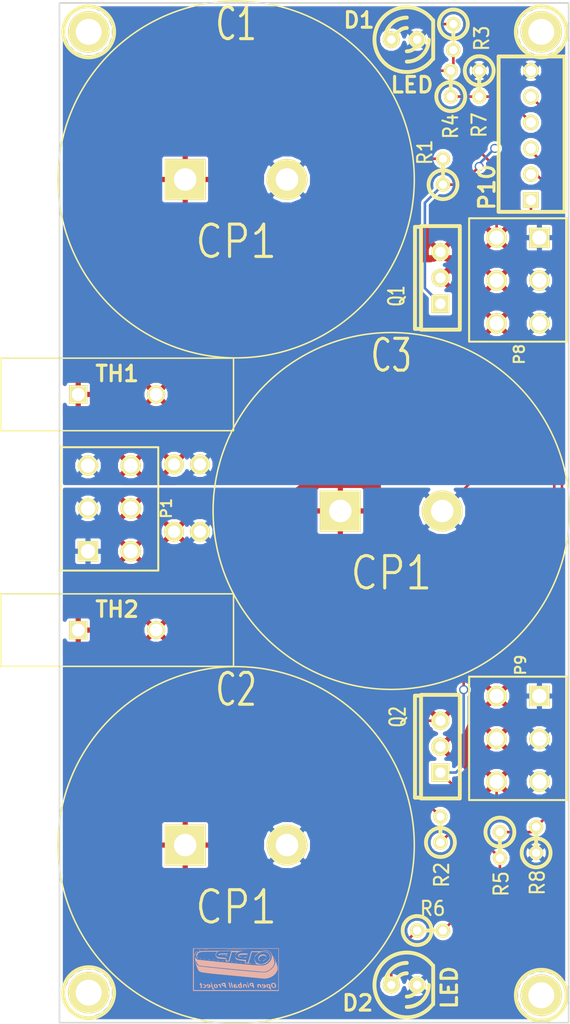
<source format=kicad_pcb>
(kicad_pcb (version 4) (host pcbnew 4.0.7)

  (general
    (links 50)
    (no_connects 0)
    (area 93.955799 48.7426 150.7744 151.257)
    (thickness 1.6)
    (drawings 5)
    (tracks 73)
    (zones 0)
    (modules 30)
    (nets 15)
  )

  (page A)
  (title_block
    (title "Solenoid Driver (Gen 2)")
    (rev -)
    (company "Open Pinball Project")
  )

  (layers
    (0 F.Cu signal)
    (31 B.Cu signal)
    (32 B.Adhes user)
    (33 F.Adhes user)
    (34 B.Paste user)
    (35 F.Paste user)
    (36 B.SilkS user)
    (37 F.SilkS user)
    (38 B.Mask user)
    (39 F.Mask user)
    (40 Dwgs.User user)
    (41 Cmts.User user)
    (42 Eco1.User user)
    (43 Eco2.User user)
    (44 Edge.Cuts user)
  )

  (setup
    (last_trace_width 0.254)
    (user_trace_width 0.635)
    (user_trace_width 0.889)
    (user_trace_width 1.27)
    (trace_clearance 0.2032)
    (zone_clearance 0.254)
    (zone_45_only no)
    (trace_min 0.2032)
    (segment_width 0.2)
    (edge_width 0.15)
    (via_size 0.889)
    (via_drill 0.635)
    (via_min_size 0.635)
    (via_min_drill 0.3048)
    (uvia_size 0.508)
    (uvia_drill 0.127)
    (uvias_allowed no)
    (uvia_min_size 0.508)
    (uvia_min_drill 0.127)
    (pcb_text_width 0.3)
    (pcb_text_size 1.5 1.5)
    (mod_edge_width 0.15)
    (mod_text_size 1.5 1.5)
    (mod_text_width 0.15)
    (pad_size 1.99898 1.99898)
    (pad_drill 1.39954)
    (pad_to_mask_clearance 0.2)
    (aux_axis_origin 100 50)
    (visible_elements 7FFFFFFF)
    (pcbplotparams
      (layerselection 0x00030_80000001)
      (usegerberextensions true)
      (excludeedgelayer false)
      (linewidth 0.150000)
      (plotframeref false)
      (viasonmask false)
      (mode 1)
      (useauxorigin false)
      (hpglpennumber 1)
      (hpglpenspeed 20)
      (hpglpendiameter 15)
      (hpglpenoverlay 2)
      (psnegative false)
      (psa4output false)
      (plotreference true)
      (plotvalue true)
      (plotinvisibletext false)
      (padsonsilk false)
      (subtractmaskfromsilk false)
      (outputformat 1)
      (mirror false)
      (drillshape 0)
      (scaleselection 1)
      (outputdirectory Gerber/))
  )

  (net 0 "")
  (net 1 +48V1)
  (net 2 +48V2)
  (net 3 GND1)
  (net 4 GND2)
  (net 5 N-000001)
  (net 6 N-0000010)
  (net 7 N-0000011)
  (net 8 N-0000012)
  (net 9 N-000002)
  (net 10 N-000003)
  (net 11 N-000004)
  (net 12 N-000005)
  (net 13 N-000007)
  (net 14 N-000008)

  (net_class Default "This is the default net class."
    (clearance 0.2032)
    (trace_width 0.254)
    (via_dia 0.889)
    (via_drill 0.635)
    (uvia_dia 0.508)
    (uvia_drill 0.127)
    (add_net +48V1)
    (add_net +48V2)
    (add_net GND1)
    (add_net GND2)
    (add_net N-000001)
    (add_net N-0000010)
    (add_net N-0000011)
    (add_net N-0000012)
    (add_net N-000002)
    (add_net N-000003)
    (add_net N-000004)
    (add_net N-000005)
    (add_net N-000007)
    (add_net N-000008)
  )

  (module opp_logo_backsilk (layer F.Cu) (tedit 0) (tstamp 55B8314A)
    (at 117.348 144.78)
    (fp_text reference VAL (at 0 0) (layer F.SilkS) hide
      (effects (font (size 0.381 0.381) (thickness 0.127)))
    )
    (fp_text value REF (at 0 0) (layer F.SilkS) hide
      (effects (font (size 0.381 0.381) (thickness 0.127)))
    )
    (fp_poly (pts (xy -4.23418 2.11836) (xy -4.15036 2.11836) (xy -4.15036 2.032) (xy -4.15036 0)
      (xy -4.15036 -2.032) (xy 0 -2.032) (xy 4.15036 -2.032) (xy 4.15036 0)
      (xy 4.15036 2.032) (xy 0 2.032) (xy -4.15036 2.032) (xy -4.15036 2.11836)
      (xy -0.02286 2.11836) (xy 4.191 2.11836) (xy 4.191 0.02286) (xy 4.191 -2.07518)
      (xy -0.02286 -2.07518) (xy -4.23418 -2.07518) (xy -4.23418 0.02286) (xy -4.23418 2.11836)
      (xy -4.23418 2.11836)) (layer B.SilkS) (width 0.00254))
    (fp_poly (pts (xy 2.9718 1.55448) (xy 2.9845 1.69164) (xy 3.05816 1.78562) (xy 3.09118 1.79578)
      (xy 3.09118 1.62306) (xy 3.10642 1.55194) (xy 3.1496 1.524) (xy 3.21564 1.5621)
      (xy 3.25374 1.65862) (xy 3.26136 1.71958) (xy 3.2512 1.77038) (xy 3.21056 1.77038)
      (xy 3.15722 1.7526) (xy 3.10896 1.7018) (xy 3.09118 1.62306) (xy 3.09118 1.79578)
      (xy 3.17246 1.82118) (xy 3.27406 1.84404) (xy 3.3147 1.905) (xy 3.35026 1.96596)
      (xy 3.39598 1.9939) (xy 3.42646 1.97612) (xy 3.429 1.95834) (xy 3.41884 1.90246)
      (xy 3.39344 1.79324) (xy 3.37312 1.69418) (xy 3.31724 1.4605) (xy 3.15214 1.4605)
      (xy 3.04038 1.46812) (xy 2.98704 1.50114) (xy 2.9718 1.55448) (xy 2.9718 1.55448)) (layer B.SilkS) (width 0.00254))
    (fp_poly (pts (xy -2.4511 1.4859) (xy -2.4384 1.57988) (xy -2.43586 1.6002) (xy -2.37998 1.80848)
      (xy -2.2987 1.93802) (xy -2.21234 1.98374) (xy -2.13868 1.97866) (xy -2.11836 1.9558)
      (xy -2.15138 1.91262) (xy -2.19202 1.89484) (xy -2.24536 1.84912) (xy -2.29362 1.7526)
      (xy -2.32664 1.64084) (xy -2.33934 1.5367) (xy -2.32156 1.4732) (xy -2.3114 1.46558)
      (xy -2.3114 1.45034) (xy -2.36474 1.44272) (xy -2.42824 1.4478) (xy -2.4511 1.4859)
      (xy -2.4511 1.4859)) (layer B.SilkS) (width 0.00254))
    (fp_poly (pts (xy 3.43662 1.4605) (xy 3.43916 1.59004) (xy 3.48996 1.71704) (xy 3.49504 1.7272)
      (xy 3.556 1.77292) (xy 3.556 1.54432) (xy 3.5687 1.44018) (xy 3.6068 1.40208)
      (xy 3.6322 1.397) (xy 3.74142 1.4351) (xy 3.80238 1.53416) (xy 3.81 1.61544)
      (xy 3.7846 1.71958) (xy 3.71348 1.75514) (xy 3.62966 1.72974) (xy 3.57124 1.651)
      (xy 3.556 1.54432) (xy 3.556 1.77292) (xy 3.58648 1.79578) (xy 3.71348 1.82372)
      (xy 3.83286 1.8034) (xy 3.8862 1.77038) (xy 3.92938 1.6764) (xy 3.92176 1.5494)
      (xy 3.87096 1.42748) (xy 3.79476 1.3462) (xy 3.6957 1.31572) (xy 3.57886 1.3208)
      (xy 3.48742 1.3589) (xy 3.4798 1.36398) (xy 3.43662 1.4605) (xy 3.43662 1.4605)) (layer B.SilkS) (width 0.00254))
    (fp_poly (pts (xy 2.54 1.54432) (xy 2.5527 1.62052) (xy 2.60858 1.64846) (xy 2.62636 1.64846)
      (xy 2.62636 1.54178) (xy 2.65684 1.49098) (xy 2.69494 1.49098) (xy 2.76606 1.52654)
      (xy 2.7813 1.5748) (xy 2.73812 1.60782) (xy 2.71272 1.61036) (xy 2.6416 1.58242)
      (xy 2.62636 1.54178) (xy 2.62636 1.64846) (xy 2.67208 1.651) (xy 2.76606 1.66624)
      (xy 2.78384 1.70434) (xy 2.73304 1.74244) (xy 2.65176 1.75006) (xy 2.5781 1.75514)
      (xy 2.56286 1.78054) (xy 2.62636 1.8161) (xy 2.7305 1.82118) (xy 2.83464 1.8034)
      (xy 2.90322 1.76276) (xy 2.9083 1.7526) (xy 2.91592 1.6637) (xy 2.8956 1.57226)
      (xy 2.84988 1.49352) (xy 2.76606 1.45796) (xy 2.70002 1.4478) (xy 2.59588 1.44526)
      (xy 2.55016 1.47066) (xy 2.54 1.5367) (xy 2.54 1.54432) (xy 2.54 1.54432)) (layer B.SilkS) (width 0.00254))
    (fp_poly (pts (xy 2.07518 1.5367) (xy 2.09042 1.6764) (xy 2.12598 1.778) (xy 2.17424 1.82118)
      (xy 2.17678 1.82118) (xy 2.2098 1.78308) (xy 2.2098 1.67386) (xy 2.20726 1.56972)
      (xy 2.2352 1.52908) (xy 2.25806 1.524) (xy 2.31648 1.56464) (xy 2.35204 1.67386)
      (xy 2.39014 1.778) (xy 2.44094 1.82118) (xy 2.44348 1.82118) (xy 2.48666 1.7907)
      (xy 2.48412 1.74752) (xy 2.45872 1.64846) (xy 2.44094 1.56464) (xy 2.41046 1.49098)
      (xy 2.35204 1.45796) (xy 2.24536 1.4478) (xy 2.13614 1.4478) (xy 2.08788 1.4732)
      (xy 2.07518 1.53162) (xy 2.07518 1.5367) (xy 2.07518 1.5367)) (layer B.SilkS) (width 0.00254))
    (fp_poly (pts (xy 1.3208 1.43764) (xy 1.34112 1.54686) (xy 1.42748 1.6256) (xy 1.44018 1.6256)
      (xy 1.44018 1.47828) (xy 1.46558 1.41732) (xy 1.524 1.40716) (xy 1.58242 1.44526)
      (xy 1.60274 1.49352) (xy 1.58496 1.55448) (xy 1.52908 1.56718) (xy 1.45542 1.53924)
      (xy 1.44018 1.47828) (xy 1.44018 1.6256) (xy 1.55448 1.651) (xy 1.63322 1.6764)
      (xy 1.651 1.73736) (xy 1.68148 1.80594) (xy 1.71958 1.82118) (xy 1.76784 1.79832)
      (xy 1.76276 1.7272) (xy 1.73736 1.62052) (xy 1.71196 1.4859) (xy 1.70942 1.47066)
      (xy 1.6891 1.36906) (xy 1.651 1.32334) (xy 1.56972 1.31826) (xy 1.50876 1.3208)
      (xy 1.39446 1.33858) (xy 1.33858 1.37414) (xy 1.3208 1.43764) (xy 1.3208 1.43764)) (layer B.SilkS) (width 0.00254))
    (fp_poly (pts (xy 1.11506 1.47066) (xy 1.1176 1.51384) (xy 1.14554 1.6129) (xy 1.1684 1.70434)
      (xy 1.20396 1.78816) (xy 1.24714 1.82118) (xy 1.27762 1.80086) (xy 1.27762 1.73228)
      (xy 1.2573 1.63068) (xy 1.21666 1.50876) (xy 1.17094 1.44526) (xy 1.1557 1.44018)
      (xy 1.11506 1.47066) (xy 1.11506 1.47066)) (layer B.SilkS) (width 0.00254))
    (fp_poly (pts (xy 0.66802 1.61036) (xy 0.6858 1.68402) (xy 0.72898 1.7907) (xy 0.76962 1.82118)
      (xy 0.79502 1.778) (xy 0.7874 1.67386) (xy 0.7747 1.5748) (xy 0.79502 1.53162)
      (xy 0.84074 1.524) (xy 0.90424 1.55194) (xy 0.94488 1.64338) (xy 0.94996 1.67386)
      (xy 0.98298 1.77038) (xy 1.02616 1.81864) (xy 1.03378 1.82118) (xy 1.06426 1.8034)
      (xy 1.0668 1.7399) (xy 1.04648 1.63576) (xy 1.016 1.52146) (xy 0.9779 1.46558)
      (xy 0.90424 1.45034) (xy 0.84582 1.4478) (xy 0.7239 1.4605) (xy 0.67056 1.50876)
      (xy 0.66802 1.61036) (xy 0.66802 1.61036)) (layer B.SilkS) (width 0.00254))
    (fp_poly (pts (xy 0.18034 1.52908) (xy 0.19558 1.64846) (xy 0.21336 1.69418) (xy 0.25908 1.778)
      (xy 0.29718 1.79832) (xy 0.29718 1.59766) (xy 0.32004 1.53416) (xy 0.3683 1.52908)
      (xy 0.42418 1.57226) (xy 0.4572 1.65354) (xy 0.45974 1.6637) (xy 0.45466 1.75514)
      (xy 0.41148 1.77292) (xy 0.34798 1.7272) (xy 0.3048 1.64338) (xy 0.29718 1.59766)
      (xy 0.29718 1.79832) (xy 0.32512 1.81356) (xy 0.43434 1.82118) (xy 0.54356 1.81864)
      (xy 0.58674 1.79324) (xy 0.5842 1.73228) (xy 0.57404 1.68402) (xy 0.5461 1.5367)
      (xy 0.5207 1.4097) (xy 0.48768 1.3081) (xy 0.43434 1.27) (xy 0.39116 1.2954)
      (xy 0.39878 1.3716) (xy 0.4064 1.44272) (xy 0.36322 1.45796) (xy 0.3175 1.45034)
      (xy 0.22352 1.4605) (xy 0.18034 1.52908) (xy 0.18034 1.52908)) (layer B.SilkS) (width 0.00254))
    (fp_poly (pts (xy -0.24384 1.5494) (xy -0.23368 1.65608) (xy -0.23114 1.67132) (xy -0.20574 1.77038)
      (xy -0.15748 1.81102) (xy -0.12192 1.81356) (xy -0.12192 1.69164) (xy -0.11684 1.67132)
      (xy -0.05588 1.65862) (xy 0.0127 1.68656) (xy 0.04318 1.73482) (xy 0.01778 1.77546)
      (xy -0.06096 1.75006) (xy -0.08382 1.73736) (xy -0.12192 1.69164) (xy -0.12192 1.81356)
      (xy -0.06096 1.82118) (xy -0.04064 1.82118) (xy 0.07366 1.80848) (xy 0.14478 1.78054)
      (xy 0.1524 1.77292) (xy 0.14478 1.7145) (xy 0.0889 1.64592) (xy 0.00508 1.59004)
      (xy -0.06858 1.56718) (xy -0.12192 1.53924) (xy -0.127 1.52146) (xy -0.09144 1.49352)
      (xy -0.01778 1.50114) (xy 0.05842 1.50876) (xy 0.06604 1.48336) (xy 0.00508 1.45034)
      (xy -0.09652 1.44018) (xy -0.1905 1.45542) (xy -0.23368 1.48082) (xy -0.24384 1.5494)
      (xy -0.24384 1.5494)) (layer B.SilkS) (width 0.00254))
    (fp_poly (pts (xy -0.50546 1.35382) (xy -0.48768 1.47574) (xy -0.45974 1.60528) (xy -0.4191 1.73736)
      (xy -0.37338 1.81102) (xy -0.35306 1.82118) (xy -0.31496 1.79324) (xy -0.32258 1.70434)
      (xy -0.37084 1.4986) (xy -0.40894 1.36652) (xy -0.43942 1.29286) (xy -0.46736 1.27)
      (xy -0.46736 1.27) (xy -0.49784 1.29032) (xy -0.50546 1.35382) (xy -0.50546 1.35382)) (layer B.SilkS) (width 0.00254))
    (fp_poly (pts (xy -0.7239 1.3462) (xy -0.70358 1.46304) (xy -0.6858 1.54686) (xy -0.63754 1.70688)
      (xy -0.59182 1.80086) (xy -0.56134 1.82118) (xy -0.5207 1.7907) (xy -0.52578 1.74752)
      (xy -0.54864 1.651) (xy -0.57404 1.54686) (xy -0.60706 1.397) (xy -0.635 1.31318)
      (xy -0.66548 1.27762) (xy -0.69596 1.27) (xy -0.72136 1.28778) (xy -0.7239 1.3462)
      (xy -0.7239 1.3462)) (layer B.SilkS) (width 0.00254))
    (fp_poly (pts (xy -1.43256 1.43764) (xy -1.41224 1.54686) (xy -1.32588 1.6256) (xy -1.31318 1.62814)
      (xy -1.31318 1.47828) (xy -1.28524 1.41732) (xy -1.22936 1.40716) (xy -1.17094 1.44526)
      (xy -1.15062 1.49352) (xy -1.16586 1.55448) (xy -1.22428 1.56718) (xy -1.29794 1.53924)
      (xy -1.31318 1.47828) (xy -1.31318 1.62814) (xy -1.19888 1.651) (xy -1.12014 1.6764)
      (xy -1.10236 1.73736) (xy -1.07188 1.80594) (xy -1.03378 1.82118) (xy -0.98552 1.79832)
      (xy -0.98806 1.7272) (xy -1.01092 1.62052) (xy -1.03632 1.4859) (xy -1.03886 1.47066)
      (xy -1.06172 1.36906) (xy -1.10236 1.32334) (xy -1.18364 1.31826) (xy -1.2446 1.3208)
      (xy -1.3589 1.33858) (xy -1.41224 1.37414) (xy -1.43256 1.43764) (xy -1.43256 1.43764)) (layer B.SilkS) (width 0.00254))
    (fp_poly (pts (xy -1.778 1.48336) (xy -1.74244 1.51892) (xy -1.69926 1.5367) (xy -1.62814 1.59258)
      (xy -1.59004 1.6891) (xy -1.55448 1.78054) (xy -1.50622 1.82118) (xy -1.50368 1.82118)
      (xy -1.47066 1.80086) (xy -1.4732 1.72974) (xy -1.4859 1.6637) (xy -1.50876 1.55194)
      (xy -1.52146 1.48082) (xy -1.524 1.47574) (xy -1.55956 1.45542) (xy -1.6383 1.45034)
      (xy -1.72466 1.45796) (xy -1.77546 1.47828) (xy -1.778 1.48336) (xy -1.778 1.48336)) (layer B.SilkS) (width 0.00254))
    (fp_poly (pts (xy -2.19456 1.59512) (xy -2.1717 1.71196) (xy -2.16154 1.73482) (xy -2.08788 1.80086)
      (xy -2.06756 1.8034) (xy -2.06756 1.6129) (xy -2.06502 1.51384) (xy -2.03454 1.48844)
      (xy -2.02692 1.49098) (xy -1.94564 1.55448) (xy -1.91262 1.65608) (xy -1.92024 1.71196)
      (xy -1.96342 1.77038) (xy -2.01422 1.75514) (xy -2.05486 1.67894) (xy -2.06756 1.6129)
      (xy -2.06756 1.8034) (xy -1.9812 1.82626) (xy -1.87706 1.81102) (xy -1.80848 1.75514)
      (xy -1.80086 1.73736) (xy -1.79324 1.60274) (xy -1.85166 1.50114) (xy -1.96596 1.44526)
      (xy -2.10312 1.4478) (xy -2.16916 1.49606) (xy -2.19456 1.59512) (xy -2.19456 1.59512)) (layer B.SilkS) (width 0.00254))
    (fp_poly (pts (xy -2.90322 1.59512) (xy -2.84226 1.64084) (xy -2.794 1.64592) (xy -2.794 1.54178)
      (xy -2.76352 1.49098) (xy -2.72288 1.49098) (xy -2.6543 1.52654) (xy -2.63652 1.5748)
      (xy -2.6797 1.60782) (xy -2.7051 1.61036) (xy -2.77876 1.58242) (xy -2.794 1.54178)
      (xy -2.794 1.64592) (xy -2.74574 1.651) (xy -2.6543 1.66624) (xy -2.63652 1.70434)
      (xy -2.68732 1.74244) (xy -2.7686 1.75006) (xy -2.84226 1.75514) (xy -2.8575 1.78054)
      (xy -2.794 1.81356) (xy -2.6924 1.81864) (xy -2.59334 1.79832) (xy -2.55016 1.77038)
      (xy -2.5019 1.67132) (xy -2.52476 1.55956) (xy -2.5654 1.50622) (xy -2.6543 1.45542)
      (xy -2.76352 1.44272) (xy -2.8575 1.46558) (xy -2.8956 1.50876) (xy -2.90322 1.59512)
      (xy -2.90322 1.59512)) (layer B.SilkS) (width 0.00254))
    (fp_poly (pts (xy -3.302 1.48336) (xy -3.26898 1.5113) (xy -3.22326 1.50622) (xy -3.13436 1.51384)
      (xy -3.07086 1.57988) (xy -3.05562 1.67894) (xy -3.05816 1.68148) (xy -3.10642 1.74244)
      (xy -3.16738 1.74752) (xy -3.2385 1.75514) (xy -3.26136 1.78054) (xy -3.2258 1.81356)
      (xy -3.14452 1.82118) (xy -3.05054 1.8034) (xy -2.9718 1.7653) (xy -2.96164 1.7526)
      (xy -2.93116 1.66116) (xy -2.96418 1.56464) (xy -3.05054 1.4859) (xy -3.16738 1.4478)
      (xy -3.2639 1.45288) (xy -3.302 1.48336) (xy -3.302 1.48336)) (layer B.SilkS) (width 0.00254))
    (fp_poly (pts (xy -3.62966 1.45034) (xy -3.59664 1.4732) (xy -3.57378 1.48082) (xy -3.49758 1.54686)
      (xy -3.45948 1.64084) (xy -3.46964 1.73228) (xy -3.51028 1.778) (xy -3.5433 1.80594)
      (xy -3.50266 1.81864) (xy -3.45948 1.81864) (xy -3.38582 1.8161) (xy -3.35534 1.78308)
      (xy -3.35534 1.69926) (xy -3.36042 1.64084) (xy -3.38836 1.4605) (xy -3.429 1.34874)
      (xy -3.47726 1.31318) (xy -3.51028 1.34874) (xy -3.51536 1.37668) (xy -3.54838 1.43256)
      (xy -3.58902 1.44272) (xy -3.62966 1.45034) (xy -3.62966 1.45034)) (layer B.SilkS) (width 0.00254))
    (fp_poly (pts (xy 1.07188 1.2954) (xy 1.0795 1.3462) (xy 1.13538 1.38938) (xy 1.17856 1.36906)
      (xy 1.18618 1.33858) (xy 1.15316 1.28016) (xy 1.12014 1.27) (xy 1.07188 1.2954)
      (xy 1.07188 1.2954)) (layer B.SilkS) (width 0.00254))
    (fp_poly (pts (xy -2.49936 1.33096) (xy -2.4638 1.38938) (xy -2.43078 1.397) (xy -2.38252 1.37414)
      (xy -2.37998 1.34874) (xy -2.42316 1.29286) (xy -2.47396 1.28524) (xy -2.49936 1.33096)
      (xy -2.49936 1.33096)) (layer B.SilkS) (width 0.00254))
    (fp_poly (pts (xy -4.05892 -1.21158) (xy -4.05384 -1.17094) (xy -4.04368 -1.143) (xy -4.02336 -1.03124)
      (xy -4.01574 -0.889) (xy -4.01574 -0.8636) (xy -4.0005 -0.71628) (xy -3.97764 -0.6223)
      (xy -3.97764 -0.78232) (xy -3.97256 -0.85852) (xy -3.9624 -0.86614) (xy -3.93446 -0.80264)
      (xy -3.9116 -0.74422) (xy -3.80238 -0.53086) (xy -3.6576 -0.39116) (xy -3.62966 -0.37592)
      (xy -3.57378 -0.36322) (xy -3.4417 -0.34544) (xy -3.24104 -0.32004) (xy -2.97942 -0.2921)
      (xy -2.667 -0.25908) (xy -2.3114 -0.22098) (xy -1.9177 -0.18034) (xy -1.4986 -0.1397)
      (xy -1.05918 -0.09652) (xy -0.6096 -0.05334) (xy -0.15494 -0.01016) (xy 0.29718 0.03302)
      (xy 0.73406 0.07366) (xy 1.14808 0.11176) (xy 1.53416 0.14478) (xy 1.88468 0.17526)
      (xy 2.18694 0.20066) (xy 2.4384 0.21844) (xy 2.62636 0.23114) (xy 2.74574 0.23622)
      (xy 2.7813 0.23622) (xy 3.06578 0.16256) (xy 3.32486 0.02032) (xy 3.5433 -0.1778)
      (xy 3.68808 -0.38862) (xy 3.75158 -0.5588) (xy 3.76174 -0.73406) (xy 3.71602 -0.93726)
      (xy 3.68554 -1.02616) (xy 3.64236 -1.14554) (xy 3.63474 -1.1938) (xy 3.6576 -1.17856)
      (xy 3.66776 -1.16332) (xy 3.7465 -1.0414) (xy 3.81 -0.89916) (xy 3.8481 -0.77216)
      (xy 3.85318 -0.73152) (xy 3.81254 -0.508) (xy 3.70078 -0.28702) (xy 3.5306 -0.08382)
      (xy 3.31216 0.09398) (xy 3.0607 0.22352) (xy 2.96418 0.25654) (xy 2.91592 0.26924)
      (xy 2.8575 0.2794) (xy 2.7813 0.28448) (xy 2.68478 0.28448) (xy 2.56032 0.28194)
      (xy 2.4003 0.27432) (xy 2.20218 0.26162) (xy 1.9558 0.24384) (xy 1.65862 0.21844)
      (xy 1.30556 0.18796) (xy 0.88646 0.14986) (xy 0.40132 0.10414) (xy -0.16256 0.05334)
      (xy -0.508 0.02032) (xy -1.16332 -0.04318) (xy -1.74498 -0.1016) (xy -2.25044 -0.1524)
      (xy -2.68224 -0.19812) (xy -3.0353 -0.23876) (xy -3.30962 -0.27178) (xy -3.5052 -0.29972)
      (xy -3.61696 -0.32004) (xy -3.63474 -0.32512) (xy -3.80746 -0.42672) (xy -3.92684 -0.57404)
      (xy -3.9751 -0.7493) (xy -3.97764 -0.78232) (xy -3.97764 -0.6223) (xy -3.9497 -0.51816)
      (xy -3.8735 -0.28702) (xy -3.77444 -0.04572) (xy -3.73888 0.03048) (xy -3.71348 0.08128)
      (xy -3.68808 0.127) (xy -3.64998 0.16764) (xy -3.60172 0.2032) (xy -3.5306 0.23622)
      (xy -3.43662 0.2667) (xy -3.30962 0.29464) (xy -3.14706 0.32258) (xy -2.93878 0.35306)
      (xy -2.68478 0.38354) (xy -2.3749 0.4191) (xy -2.00406 0.4572) (xy -1.56718 0.49784)
      (xy -1.05918 0.5461) (xy -0.47244 0.60198) (xy -0.381 0.61214) (xy 0.1143 0.65786)
      (xy 0.58674 0.70104) (xy 1.03124 0.74422) (xy 1.43764 0.78232) (xy 1.80086 0.81788)
      (xy 2.11328 0.84582) (xy 2.36982 0.87122) (xy 2.55778 0.889) (xy 2.67716 0.89916)
      (xy 2.71018 0.90424) (xy 2.83972 0.90424) (xy 3.00228 0.88646) (xy 3.09118 0.87122)
      (xy 3.40868 0.76708) (xy 3.67538 0.60706) (xy 3.8862 0.39878) (xy 4.03098 0.14478)
      (xy 4.08432 -0.02794) (xy 4.08432 -0.1524) (xy 4.04876 -0.33274) (xy 3.9878 -0.54102)
      (xy 3.90652 -0.75946) (xy 3.81508 -0.96774) (xy 3.71602 -1.143) (xy 3.67792 -1.20142)
      (xy 3.59156 -1.31826) (xy 3.53314 -1.4097) (xy 3.51536 -1.45288) (xy 3.4925 -1.50876)
      (xy 3.43662 -1.6002) (xy 3.42392 -1.61798) (xy 3.26898 -1.7653) (xy 3.05562 -1.85928)
      (xy 2.79908 -1.89738) (xy 2.7305 -1.89738) (xy 2.4765 -1.8923) (xy 2.77368 -1.86436)
      (xy 3.04038 -1.82118) (xy 3.23596 -1.74498) (xy 3.37312 -1.63068) (xy 3.40614 -1.5875)
      (xy 3.4925 -1.3843) (xy 3.50012 -1.17094) (xy 3.43916 -0.95758) (xy 3.30708 -0.75692)
      (xy 3.11404 -0.5842) (xy 3.03276 -0.53086) (xy 2.96926 -0.49276) (xy 2.9083 -0.45974)
      (xy 2.8448 -0.43434) (xy 2.77368 -0.41148) (xy 2.68732 -0.39624) (xy 2.58064 -0.38608)
      (xy 2.44856 -0.38354) (xy 2.286 -0.38862) (xy 2.0828 -0.39624) (xy 1.83642 -0.41402)
      (xy 1.5367 -0.43688) (xy 1.18364 -0.4699) (xy 0.76454 -0.508) (xy 0.2794 -0.55372)
      (xy -0.28448 -0.60706) (xy -0.61468 -0.63754) (xy -1.1176 -0.6858) (xy -1.6002 -0.73152)
      (xy -2.04978 -0.77724) (xy -2.46126 -0.81788) (xy -2.8321 -0.85344) (xy -3.1496 -0.88646)
      (xy -3.40868 -0.9144) (xy -3.6068 -0.93472) (xy -3.73126 -0.94996) (xy -3.77698 -0.95504)
      (xy -3.8481 -1.00076) (xy -3.93954 -1.08712) (xy -3.96494 -1.11506) (xy -4.03352 -1.1938)
      (xy -4.05892 -1.21158) (xy -4.05892 -1.21158)) (layer B.SilkS) (width 0.00254))
    (fp_poly (pts (xy -0.08382 -1.17856) (xy -0.06858 -1.10998) (xy -0.04318 -1.06172) (xy 0.03048 -0.98298)
      (xy 0.1651 -0.92456) (xy 0.3683 -0.87884) (xy 0.55118 -0.85852) (xy 0.71374 -0.8382)
      (xy 0.8128 -0.81788) (xy 0.86106 -0.7874) (xy 0.88138 -0.74422) (xy 0.88138 -0.73406)
      (xy 0.86868 -0.65786) (xy 0.79756 -0.62738) (xy 0.79502 -0.61722) (xy 0.8636 -0.60452)
      (xy 0.9906 -0.58928) (xy 1.11506 -0.57912) (xy 1.2954 -0.56642) (xy 1.44018 -0.56134)
      (xy 1.53416 -0.56388) (xy 1.55702 -0.56896) (xy 1.53416 -0.5842) (xy 1.45034 -0.59182)
      (xy 1.39954 -0.59182) (xy 1.28524 -0.59944) (xy 1.23952 -0.62484) (xy 1.24206 -0.65024)
      (xy 1.26238 -0.71374) (xy 1.29794 -0.8382) (xy 1.3462 -1.00838) (xy 1.40208 -1.20142)
      (xy 1.53924 -1.69418) (xy 1.89992 -1.69418) (xy 2.2606 -1.69418) (xy 2.11836 -1.59004)
      (xy 2.00406 -1.48844) (xy 1.90246 -1.3716) (xy 1.83642 -1.26238) (xy 1.82118 -1.2065)
      (xy 1.83896 -1.20904) (xy 1.88468 -1.27) (xy 1.89992 -1.29286) (xy 2.07518 -1.50622)
      (xy 2.2987 -1.651) (xy 2.56032 -1.72212) (xy 2.7813 -1.7272) (xy 3.00482 -1.6764)
      (xy 3.175 -1.57226) (xy 3.28168 -1.42494) (xy 3.31978 -1.24206) (xy 3.29946 -1.08712)
      (xy 3.2131 -0.91694) (xy 3.06324 -0.762) (xy 2.8702 -0.63754) (xy 2.65684 -0.55118)
      (xy 2.44348 -0.51816) (xy 2.32156 -0.53086) (xy 2.1082 -0.5969) (xy 1.96088 -0.70104)
      (xy 1.86436 -0.85344) (xy 1.81356 -1.016) (xy 1.79578 -1.09982) (xy 1.78816 -1.10744)
      (xy 1.79324 -1.03632) (xy 1.79832 -0.9779) (xy 1.8288 -0.83058) (xy 1.88468 -0.6985)
      (xy 1.90246 -0.6731) (xy 1.98882 -0.55626) (xy 1.81102 -0.53848) (xy 1.63068 -0.52324)
      (xy 1.83134 -0.52324) (xy 1.9558 -0.51816) (xy 2.04216 -0.50546) (xy 2.05994 -0.4953)
      (xy 2.12852 -0.47244) (xy 2.25552 -0.46228) (xy 2.41808 -0.46736) (xy 2.58826 -0.4826)
      (xy 2.74066 -0.51054) (xy 2.85496 -0.54356) (xy 2.8575 -0.5461) (xy 3.06832 -0.6731)
      (xy 3.22834 -0.83566) (xy 3.33248 -1.01854) (xy 3.37312 -1.2065) (xy 3.35026 -1.38684)
      (xy 3.25628 -1.5494) (xy 3.22834 -1.57734) (xy 3.14452 -1.64846) (xy 3.05816 -1.69926)
      (xy 2.94894 -1.73736) (xy 2.8067 -1.76022) (xy 2.6162 -1.77292) (xy 2.3622 -1.778)
      (xy 2.17932 -1.778) (xy 1.4859 -1.778) (xy 1.40208 -1.49352) (xy 1.34366 -1.29032)
      (xy 1.28016 -1.07188) (xy 1.23952 -0.93218) (xy 1.1938 -0.78486) (xy 1.15316 -0.6985)
      (xy 1.10744 -0.65786) (xy 1.0414 -0.64262) (xy 0.96266 -0.64008) (xy 0.93472 -0.66802)
      (xy 0.94488 -0.75692) (xy 0.94996 -0.77724) (xy 0.9779 -0.92456) (xy 0.6477 -0.9525)
      (xy 0.4191 -0.97282) (xy 0.25908 -0.99314) (xy 0.14986 -1.02108) (xy 0.0762 -1.05664)
      (xy 0.02286 -1.10744) (xy 0.00254 -1.1303) (xy -0.06096 -1.19126) (xy -0.08382 -1.17856)
      (xy -0.08382 -1.17856)) (layer B.SilkS) (width 0.00254))
    (fp_poly (pts (xy 0.31242 -0.65532) (xy 0.36576 -0.6477) (xy 0.4445 -0.6477) (xy 0.54102 -0.65024)
      (xy 0.56896 -0.65786) (xy 0.54102 -0.66548) (xy 0.41402 -0.6731) (xy 0.32766 -0.66548)
      (xy 0.31242 -0.65532) (xy 0.31242 -0.65532)) (layer B.SilkS) (width 0.00254))
    (fp_poly (pts (xy -0.1143 -0.6985) (xy -0.05842 -0.69088) (xy 0.02286 -0.69088) (xy 0.11684 -0.69342)
      (xy 0.14732 -0.70104) (xy 0.11684 -0.70866) (xy -0.01016 -0.71628) (xy -0.09652 -0.70866)
      (xy -0.1143 -0.6985) (xy -0.1143 -0.6985)) (layer B.SilkS) (width 0.00254))
    (fp_poly (pts (xy -0.53848 -0.73914) (xy -0.48514 -0.73406) (xy -0.42418 -0.73152) (xy -0.33274 -0.73406)
      (xy -0.30734 -0.74422) (xy -0.32766 -0.7493) (xy -0.45212 -0.75692) (xy -0.51816 -0.7493)
      (xy -0.53848 -0.73914) (xy -0.53848 -0.73914)) (layer B.SilkS) (width 0.00254))
    (fp_poly (pts (xy -3.9243 -1.35382) (xy -3.87604 -1.2065) (xy -3.85318 -1.17348) (xy -3.77952 -1.09728)
      (xy -3.71856 -1.05918) (xy -3.71348 -1.05918) (xy -3.70586 -1.0795) (xy -3.7592 -1.12522)
      (xy -3.83794 -1.2192) (xy -3.84302 -1.3462) (xy -3.79222 -1.47828) (xy -3.73888 -1.5621)
      (xy -3.6703 -1.6256) (xy -3.57632 -1.67132) (xy -3.44424 -1.7018) (xy -3.26136 -1.72212)
      (xy -3.02006 -1.73228) (xy -2.70764 -1.73482) (xy -2.64668 -1.73736) (xy -1.85674 -1.73736)
      (xy -1.94564 -1.6256) (xy -2.02184 -1.47574) (xy -2.01168 -1.3335) (xy -1.9812 -1.28778)
      (xy -1.9812 -1.46558) (xy -1.91516 -1.59766) (xy -1.8669 -1.65354) (xy -1.74244 -1.778)
      (xy -1.10744 -1.778) (xy -0.47244 -1.778) (xy -0.51054 -1.64084) (xy -0.54356 -1.53162)
      (xy -0.58674 -1.37414) (xy -0.63754 -1.19888) (xy -0.64008 -1.18618) (xy -0.69088 -1.01092)
      (xy -0.7239 -0.9017) (xy -0.75438 -0.84582) (xy -0.7874 -0.8255) (xy -0.83566 -0.83058)
      (xy -0.86868 -0.8382) (xy -0.94488 -0.8636) (xy -0.96266 -0.92202) (xy -0.9525 -0.97536)
      (xy -0.94234 -1.02616) (xy -0.94488 -1.06172) (xy -0.97282 -1.08712) (xy -1.03632 -1.1049)
      (xy -1.15062 -1.12522) (xy -1.32334 -1.143) (xy -1.54686 -1.16586) (xy -1.69926 -1.19126)
      (xy -1.83388 -1.22682) (xy -1.89484 -1.25476) (xy -1.97612 -1.3462) (xy -1.9812 -1.46558)
      (xy -1.9812 -1.28778) (xy -1.92024 -1.1938) (xy -1.91516 -1.18872) (xy -1.85166 -1.13284)
      (xy -1.78308 -1.09474) (xy -1.68656 -1.06934) (xy -1.54178 -1.05156) (xy -1.38938 -1.03886)
      (xy -0.98298 -1.00838) (xy -1.01854 -0.88646) (xy -1.03632 -0.81026) (xy -1.01854 -0.7747)
      (xy -0.94488 -0.762) (xy -0.86868 -0.762) (xy -0.75184 -0.76962) (xy -0.67564 -0.78486)
      (xy -0.66548 -0.79502) (xy -0.6477 -0.84582) (xy -0.61468 -0.96012) (xy -0.56896 -1.12014)
      (xy -0.53086 -1.25984) (xy -0.41402 -1.69418) (xy -0.16256 -1.69418) (xy 0.09144 -1.69418)
      (xy 0.00508 -1.58242) (xy -0.05842 -1.4859) (xy -0.08382 -1.40462) (xy -0.08382 -1.40208)
      (xy -0.06858 -1.38938) (xy -0.03556 -1.44272) (xy -0.0254 -1.46304) (xy 0.05334 -1.59004)
      (xy 0.17272 -1.67894) (xy 0.3429 -1.73736) (xy 0.58166 -1.77546) (xy 0.635 -1.778)
      (xy 0.66294 -1.78562) (xy 0.61214 -1.7907) (xy 0.48768 -1.79578) (xy 0.29972 -1.80086)
      (xy 0.0508 -1.8034) (xy -0.254 -1.80848) (xy -0.60452 -1.81102) (xy -0.99568 -1.81356)
      (xy -1.26238 -1.81356) (xy -1.77292 -1.8161) (xy -2.20472 -1.8161) (xy -2.5654 -1.81356)
      (xy -2.86004 -1.81102) (xy -3.0988 -1.80848) (xy -3.28168 -1.8034) (xy -3.42138 -1.79578)
      (xy -3.52044 -1.78816) (xy -3.58902 -1.77546) (xy -3.62966 -1.76276) (xy -3.6322 -1.76276)
      (xy -3.7973 -1.64592) (xy -3.89382 -1.50368) (xy -3.9243 -1.35382) (xy -3.9243 -1.35382)) (layer B.SilkS) (width 0.00254))
    (fp_poly (pts (xy 2.5781 -0.8255) (xy 2.5781 -0.8128) (xy 2.61112 -0.80772) (xy 2.70256 -0.83312)
      (xy 2.81178 -0.89662) (xy 2.83464 -0.9144) (xy 2.91592 -0.99314) (xy 2.96164 -1.05664)
      (xy 2.96418 -1.06934) (xy 2.94132 -1.06934) (xy 2.88798 -1.016) (xy 2.87782 -1.00076)
      (xy 2.77114 -0.90932) (xy 2.6543 -0.8509) (xy 2.5781 -0.8255) (xy 2.5781 -0.8255)) (layer B.SilkS) (width 0.00254))
    (fp_poly (pts (xy 2.16408 -1.07696) (xy 2.1971 -0.9525) (xy 2.24536 -0.889) (xy 2.33172 -0.82804)
      (xy 2.40284 -0.80772) (xy 2.43078 -0.82042) (xy 2.3749 -0.84836) (xy 2.36474 -0.85344)
      (xy 2.2606 -0.92202) (xy 2.2225 -1.01346) (xy 2.24536 -1.11506) (xy 2.31648 -1.21412)
      (xy 2.42824 -1.2954) (xy 2.57302 -1.3462) (xy 2.67716 -1.35382) (xy 2.81178 -1.34112)
      (xy 2.89814 -1.28778) (xy 2.9591 -1.2065) (xy 2.99466 -1.15316) (xy 2.9972 -1.17348)
      (xy 2.98196 -1.22682) (xy 2.92862 -1.3589) (xy 2.83718 -1.43256) (xy 2.72542 -1.46558)
      (xy 2.55778 -1.46558) (xy 2.40538 -1.41478) (xy 2.28092 -1.32334) (xy 2.1971 -1.2065)
      (xy 2.16408 -1.07696) (xy 2.16408 -1.07696)) (layer B.SilkS) (width 0.00254))
    (fp_poly (pts (xy -1.42494 -0.8255) (xy -1.36906 -0.81788) (xy -1.29286 -0.81788) (xy -1.19634 -0.82042)
      (xy -1.1684 -0.82804) (xy -1.19634 -0.83566) (xy -1.32334 -0.84328) (xy -1.4097 -0.83566)
      (xy -1.42494 -0.8255) (xy -1.42494 -0.8255)) (layer B.SilkS) (width 0.00254))
    (fp_poly (pts (xy -1.8923 -0.86614) (xy -1.83642 -0.86106) (xy -1.75768 -0.85852) (xy -1.66116 -0.8636)
      (xy -1.63322 -0.87122) (xy -1.6637 -0.8763) (xy -1.78816 -0.88392) (xy -1.87452 -0.8763)
      (xy -1.8923 -0.86614) (xy -1.8923 -0.86614)) (layer B.SilkS) (width 0.00254))
    (fp_poly (pts (xy -2.31648 -0.90932) (xy -2.26314 -0.9017) (xy -2.20218 -0.9017) (xy -2.11074 -0.90424)
      (xy -2.08534 -0.91186) (xy -2.10566 -0.91948) (xy -2.23012 -0.9271) (xy -2.29616 -0.91948)
      (xy -2.31648 -0.90932) (xy -2.31648 -0.90932)) (layer B.SilkS) (width 0.00254))
    (fp_poly (pts (xy -2.7813 -0.9525) (xy -2.72542 -0.94488) (xy -2.64668 -0.94488) (xy -2.55016 -0.94742)
      (xy -2.52222 -0.95504) (xy -2.5527 -0.96266) (xy -2.67716 -0.97028) (xy -2.76352 -0.96266)
      (xy -2.7813 -0.9525) (xy -2.7813 -0.9525)) (layer B.SilkS) (width 0.00254))
    (fp_poly (pts (xy -3.20548 -0.99314) (xy -3.15214 -0.98806) (xy -3.09118 -0.98552) (xy -2.99974 -0.98806)
      (xy -2.97434 -0.99822) (xy -2.99466 -1.0033) (xy -3.11912 -1.01092) (xy -3.18516 -1.0033)
      (xy -3.20548 -0.99314) (xy -3.20548 -0.99314)) (layer B.SilkS) (width 0.00254))
    (fp_poly (pts (xy -3.58902 -1.03632) (xy -3.53822 -1.0287) (xy -3.4925 -1.02616) (xy -3.40614 -1.03124)
      (xy -3.38328 -1.03886) (xy -3.39598 -1.04648) (xy -3.49758 -1.0541) (xy -3.56616 -1.04648)
      (xy -3.58902 -1.03632) (xy -3.58902 -1.03632)) (layer B.SilkS) (width 0.00254))
    (fp_poly (pts (xy 0.70612 -1.16332) (xy 0.73152 -1.15316) (xy 0.8382 -1.14808) (xy 0.85852 -1.14554)
      (xy 0.97536 -1.15062) (xy 1.04902 -1.16586) (xy 1.05918 -1.17602) (xy 1.02108 -1.19634)
      (xy 0.92964 -1.19888) (xy 0.89916 -1.19634) (xy 0.762 -1.17856) (xy 0.70612 -1.16332)
      (xy 0.70612 -1.16332)) (layer B.SilkS) (width 0.00254))
    (fp_poly (pts (xy 0.19812 -1.38684) (xy 0.2032 -1.2954) (xy 0.27686 -1.22682) (xy 0.4064 -1.1938)
      (xy 0.48006 -1.1938) (xy 0.65786 -1.19888) (xy 0.48768 -1.21666) (xy 0.33782 -1.2446)
      (xy 0.27178 -1.29032) (xy 0.28194 -1.35382) (xy 0.29464 -1.37414) (xy 0.3429 -1.40716)
      (xy 0.43434 -1.42748) (xy 0.57912 -1.43764) (xy 0.74676 -1.44018) (xy 0.93726 -1.44272)
      (xy 1.05664 -1.45034) (xy 1.12014 -1.46812) (xy 1.143 -1.49606) (xy 1.143 -1.50368)
      (xy 1.1303 -1.53416) (xy 1.07696 -1.55194) (xy 0.97028 -1.5621) (xy 0.79756 -1.56718)
      (xy 0.7493 -1.56718) (xy 0.53086 -1.5621) (xy 0.37846 -1.54178) (xy 0.28194 -1.50368)
      (xy 0.22352 -1.44272) (xy 0.19812 -1.38684) (xy 0.19812 -1.38684)) (layer B.SilkS) (width 0.00254))
    (fp_poly (pts (xy 1.0668 -1.32842) (xy 1.07188 -1.30556) (xy 1.0922 -1.28778) (xy 1.09728 -1.33096)
      (xy 1.08966 -1.3843) (xy 1.07696 -1.38684) (xy 1.0668 -1.32842) (xy 1.0668 -1.32842)) (layer B.SilkS) (width 0.00254))
    (fp_poly (pts (xy -0.127 -1.29032) (xy -0.10668 -1.27) (xy -0.08636 -1.29032) (xy -0.10668 -1.31318)
      (xy -0.127 -1.29032) (xy -0.127 -1.29032)) (layer B.SilkS) (width 0.00254))
    (fp_poly (pts (xy -4.1021 -1.31064) (xy -4.09702 -1.27) (xy -4.09448 -1.27) (xy -4.07416 -1.3081)
      (xy -4.0513 -1.397) (xy -4.04622 -1.41986) (xy -3.99034 -1.55702) (xy -3.88366 -1.7018)
      (xy -3.86588 -1.71958) (xy -3.79476 -1.79578) (xy -3.77698 -1.83134) (xy -3.80238 -1.82626)
      (xy -3.91668 -1.7272) (xy -4.02082 -1.58242) (xy -4.08686 -1.4224) (xy -4.09194 -1.40208)
      (xy -4.1021 -1.31064) (xy -4.1021 -1.31064)) (layer B.SilkS) (width 0.00254))
    (fp_poly (pts (xy -3.67538 -1.87452) (xy -3.64236 -1.86944) (xy -3.56362 -1.8923) (xy -3.53568 -1.905)
      (xy -3.48742 -1.93548) (xy -3.51536 -1.9431) (xy -3.60426 -1.92532) (xy -3.64236 -1.905)
      (xy -3.67538 -1.87452) (xy -3.67538 -1.87452)) (layer B.SilkS) (width 0.00254))
    (fp_poly (pts (xy -1.10744 -1.93294) (xy -1.0922 -1.9304) (xy -1.00584 -1.92786) (xy -0.84836 -1.92786)
      (xy -0.62484 -1.92532) (xy -0.34036 -1.92532) (xy 0 -1.92532) (xy 0.34544 -1.92532)
      (xy 0.62992 -1.92532) (xy 0.8509 -1.92786) (xy 1.00838 -1.92786) (xy 1.09474 -1.9304)
      (xy 1.10744 -1.93294) (xy 1.04394 -1.93548) (xy 0.89916 -1.93802) (xy 0.54864 -1.94056)
      (xy 0.14986 -1.9431) (xy -0.26416 -1.9431) (xy -0.65278 -1.94056) (xy -0.89916 -1.93802)
      (xy -1.04394 -1.93548) (xy -1.10744 -1.93294) (xy -1.10744 -1.93294)) (layer B.SilkS) (width 0.00254))
    (fp_poly (pts (xy -3.2639 -1.97358) (xy -3.24104 -1.9685) (xy -3.1496 -1.96596) (xy -2.99212 -1.96342)
      (xy -2.96418 -1.96342) (xy -2.79908 -1.96596) (xy -2.69748 -1.9685) (xy -2.66446 -1.97358)
      (xy -2.70764 -1.97866) (xy -2.72034 -1.97866) (xy -2.91338 -1.98628) (xy -3.1242 -1.98374)
      (xy -3.20802 -1.97866) (xy -3.2639 -1.97358) (xy -3.2639 -1.97358)) (layer B.SilkS) (width 0.00254))
    (fp_poly (pts (xy -1.09982 -1.32842) (xy -1.06426 -1.31826) (xy -0.97536 -1.31318) (xy -0.97536 -1.31318)
      (xy -0.88392 -1.32334) (xy -0.84836 -1.3462) (xy -0.84836 -1.34874) (xy -0.88392 -1.36652)
      (xy -0.97028 -1.36398) (xy -0.97536 -1.36398) (xy -1.06426 -1.3462) (xy -1.09982 -1.32842)
      (xy -1.09982 -1.32842)) (layer B.SilkS) (width 0.00254))
    (fp_poly (pts (xy -1.47066 -1.37414) (xy -1.41732 -1.36906) (xy -1.35636 -1.36652) (xy -1.26238 -1.36906)
      (xy -1.23952 -1.37922) (xy -1.25984 -1.3843) (xy -1.3843 -1.39192) (xy -1.45034 -1.3843)
      (xy -1.47066 -1.37414) (xy -1.47066 -1.37414)) (layer B.SilkS) (width 0.00254))
    (fp_poly (pts (xy -1.7272 -1.47066) (xy -1.71196 -1.4097) (xy -1.6764 -1.397) (xy -1.61798 -1.41986)
      (xy -1.61036 -1.44272) (xy -1.56718 -1.46558) (xy -1.44272 -1.47574) (xy -1.23952 -1.47574)
      (xy -1.2065 -1.4732) (xy -1.00838 -1.47066) (xy -0.88392 -1.47574) (xy -0.82042 -1.49098)
      (xy -0.80518 -1.51638) (xy -0.8255 -1.53924) (xy -0.89408 -1.55448) (xy -1.02362 -1.55956)
      (xy -1.22428 -1.55956) (xy -1.25984 -1.55702) (xy -1.46304 -1.5494) (xy -1.59766 -1.53924)
      (xy -1.6764 -1.524) (xy -1.7145 -1.50114) (xy -1.7272 -1.47066) (xy -1.7272 -1.47066)) (layer B.SilkS) (width 0.00254))
  )

  (module R1 (layer F.Cu) (tedit 585C4971) (tstamp 585BBBFB)
    (at 141.224 57.912 270)
    (descr "Resistance verticale")
    (tags R)
    (path /585B5606)
    (autoplace_cost90 10)
    (autoplace_cost180 10)
    (fp_text reference R7 (at 4.064 0 270) (layer F.SilkS)
      (effects (font (size 1.397 1.27) (thickness 0.2032)))
    )
    (fp_text value 100K (at -1.143 2.54 270) (layer F.SilkS) hide
      (effects (font (size 1.397 1.27) (thickness 0.2032)))
    )
    (fp_line (start -1.27 0) (end 1.27 0) (layer F.SilkS) (width 0.381))
    (fp_circle (center -1.27 0) (end -0.635 1.27) (layer F.SilkS) (width 0.381))
    (pad 1 thru_hole circle (at -1.27 0 270) (size 1.397 1.397) (drill 0.8128) (layers *.Cu *.Mask F.SilkS)
      (net 4 GND2))
    (pad 2 thru_hole circle (at 1.27 0 270) (size 1.397 1.397) (drill 0.8128) (layers *.Cu *.Mask F.SilkS)
      (net 6 N-0000010))
    (model discret/verti_resistor.wrl
      (at (xyz 0 0 0))
      (scale (xyz 1 1 1))
      (rotate (xyz 0 0 0))
    )
  )

  (module R1 (layer F.Cu) (tedit 585C496C) (tstamp 585BBC03)
    (at 138.43 57.912 90)
    (descr "Resistance verticale")
    (tags R)
    (path /585B5600)
    (autoplace_cost90 10)
    (autoplace_cost180 10)
    (fp_text reference R4 (at -4.191 0 90) (layer F.SilkS)
      (effects (font (size 1.397 1.27) (thickness 0.2032)))
    )
    (fp_text value 900K (at -1.143 2.54 90) (layer F.SilkS) hide
      (effects (font (size 1.397 1.27) (thickness 0.2032)))
    )
    (fp_line (start -1.27 0) (end 1.27 0) (layer F.SilkS) (width 0.381))
    (fp_circle (center -1.27 0) (end -0.635 1.27) (layer F.SilkS) (width 0.381))
    (pad 1 thru_hole circle (at -1.27 0 90) (size 1.397 1.397) (drill 0.8128) (layers *.Cu *.Mask F.SilkS)
      (net 6 N-0000010))
    (pad 2 thru_hole circle (at 1.27 0 90) (size 1.397 1.397) (drill 0.8128) (layers *.Cu *.Mask F.SilkS)
      (net 12 N-000005))
    (model discret/verti_resistor.wrl
      (at (xyz 0 0 0))
      (scale (xyz 1 1 1))
      (rotate (xyz 0 0 0))
    )
  )

  (module R1 (layer F.Cu) (tedit 585C495B) (tstamp 585BBC0B)
    (at 138.684 53.34 270)
    (descr "Resistance verticale")
    (tags R)
    (path /585B4B87)
    (autoplace_cost90 10)
    (autoplace_cost180 10)
    (fp_text reference R3 (at 0.127 -2.794 270) (layer F.SilkS)
      (effects (font (size 1.397 1.27) (thickness 0.2032)))
    )
    (fp_text value 100K (at -1.143 2.54 270) (layer F.SilkS) hide
      (effects (font (size 1.397 1.27) (thickness 0.2032)))
    )
    (fp_line (start -1.27 0) (end 1.27 0) (layer F.SilkS) (width 0.381))
    (fp_circle (center -1.27 0) (end -0.635 1.27) (layer F.SilkS) (width 0.381))
    (pad 1 thru_hole circle (at -1.27 0 270) (size 1.397 1.397) (drill 0.8128) (layers *.Cu *.Mask F.SilkS)
      (net 9 N-000002))
    (pad 2 thru_hole circle (at 1.27 0 270) (size 1.397 1.397) (drill 0.8128) (layers *.Cu *.Mask F.SilkS)
      (net 12 N-000005))
    (model discret/verti_resistor.wrl
      (at (xyz 0 0 0))
      (scale (xyz 1 1 1))
      (rotate (xyz 0 0 0))
    )
  )

  (module R1 (layer F.Cu) (tedit 585C49C0) (tstamp 585BBC13)
    (at 146.812 132.08 90)
    (descr "Resistance verticale")
    (tags R)
    (path /585B4552)
    (autoplace_cost90 10)
    (autoplace_cost180 10)
    (fp_text reference R8 (at -4.191 0.127 90) (layer F.SilkS)
      (effects (font (size 1.397 1.27) (thickness 0.2032)))
    )
    (fp_text value 100K (at -1.143 2.54 90) (layer F.SilkS) hide
      (effects (font (size 1.397 1.27) (thickness 0.2032)))
    )
    (fp_line (start -1.27 0) (end 1.27 0) (layer F.SilkS) (width 0.381))
    (fp_circle (center -1.27 0) (end -0.635 1.27) (layer F.SilkS) (width 0.381))
    (pad 1 thru_hole circle (at -1.27 0 90) (size 1.397 1.397) (drill 0.8128) (layers *.Cu *.Mask F.SilkS)
      (net 3 GND1))
    (pad 2 thru_hole circle (at 1.27 0 90) (size 1.397 1.397) (drill 0.8128) (layers *.Cu *.Mask F.SilkS)
      (net 7 N-0000011))
    (model discret/verti_resistor.wrl
      (at (xyz 0 0 0))
      (scale (xyz 1 1 1))
      (rotate (xyz 0 0 0))
    )
  )

  (module R1 (layer F.Cu) (tedit 585C49BB) (tstamp 585BBC1B)
    (at 143.256 132.588 270)
    (descr "Resistance verticale")
    (tags R)
    (path /585B454C)
    (autoplace_cost90 10)
    (autoplace_cost180 10)
    (fp_text reference R5 (at 3.81 -0.127 270) (layer F.SilkS)
      (effects (font (size 1.397 1.27) (thickness 0.2032)))
    )
    (fp_text value 900K (at -1.143 2.54 270) (layer F.SilkS) hide
      (effects (font (size 1.397 1.27) (thickness 0.2032)))
    )
    (fp_line (start -1.27 0) (end 1.27 0) (layer F.SilkS) (width 0.381))
    (fp_circle (center -1.27 0) (end -0.635 1.27) (layer F.SilkS) (width 0.381))
    (pad 1 thru_hole circle (at -1.27 0 270) (size 1.397 1.397) (drill 0.8128) (layers *.Cu *.Mask F.SilkS)
      (net 7 N-0000011))
    (pad 2 thru_hole circle (at 1.27 0 270) (size 1.397 1.397) (drill 0.8128) (layers *.Cu *.Mask F.SilkS)
      (net 11 N-000004))
    (model discret/verti_resistor.wrl
      (at (xyz 0 0 0))
      (scale (xyz 1 1 1))
      (rotate (xyz 0 0 0))
    )
  )

  (module R1 (layer F.Cu) (tedit 585C49CD) (tstamp 585BBC23)
    (at 136.398 140.97)
    (descr "Resistance verticale")
    (tags R)
    (path /585B37E1)
    (autoplace_cost90 10)
    (autoplace_cost180 10)
    (fp_text reference R6 (at 0.254 -2.159) (layer F.SilkS)
      (effects (font (size 1.397 1.27) (thickness 0.2032)))
    )
    (fp_text value 100K (at -1.143 2.54) (layer F.SilkS) hide
      (effects (font (size 1.397 1.27) (thickness 0.2032)))
    )
    (fp_line (start -1.27 0) (end 1.27 0) (layer F.SilkS) (width 0.381))
    (fp_circle (center -1.27 0) (end -0.635 1.27) (layer F.SilkS) (width 0.381))
    (pad 1 thru_hole circle (at -1.27 0) (size 1.397 1.397) (drill 0.8128) (layers *.Cu *.Mask F.SilkS)
      (net 5 N-000001))
    (pad 2 thru_hole circle (at 1.27 0) (size 1.397 1.397) (drill 0.8128) (layers *.Cu *.Mask F.SilkS)
      (net 11 N-000004))
    (model discret/verti_resistor.wrl
      (at (xyz 0 0 0))
      (scale (xyz 1 1 1))
      (rotate (xyz 0 0 0))
    )
  )

  (module R1 (layer F.Cu) (tedit 585C497A) (tstamp 585BBC2B)
    (at 137.668 66.548 90)
    (descr "Resistance verticale")
    (tags R)
    (path /585B3284)
    (autoplace_cost90 10)
    (autoplace_cost180 10)
    (fp_text reference R1 (at 1.905 -1.778 90) (layer F.SilkS)
      (effects (font (size 1.397 1.27) (thickness 0.2032)))
    )
    (fp_text value 100K (at -1.143 2.54 90) (layer F.SilkS) hide
      (effects (font (size 1.397 1.27) (thickness 0.2032)))
    )
    (fp_line (start -1.27 0) (end 1.27 0) (layer F.SilkS) (width 0.381))
    (fp_circle (center -1.27 0) (end -0.635 1.27) (layer F.SilkS) (width 0.381))
    (pad 1 thru_hole circle (at -1.27 0 90) (size 1.397 1.397) (drill 0.8128) (layers *.Cu *.Mask F.SilkS)
      (net 14 N-000008))
    (pad 2 thru_hole circle (at 1.27 0 90) (size 1.397 1.397) (drill 0.8128) (layers *.Cu *.Mask F.SilkS)
      (net 10 N-000003))
    (model discret/verti_resistor.wrl
      (at (xyz 0 0 0))
      (scale (xyz 1 1 1))
      (rotate (xyz 0 0 0))
    )
  )

  (module R1 (layer F.Cu) (tedit 585C49B5) (tstamp 585BBC33)
    (at 137.414 131.064 90)
    (descr "Resistance verticale")
    (tags R)
    (path /585B2610)
    (autoplace_cost90 10)
    (autoplace_cost180 10)
    (fp_text reference R2 (at -4.445 0.127 90) (layer F.SilkS)
      (effects (font (size 1.397 1.27) (thickness 0.2032)))
    )
    (fp_text value 100K (at -1.143 2.54 90) (layer F.SilkS) hide
      (effects (font (size 1.397 1.27) (thickness 0.2032)))
    )
    (fp_line (start -1.27 0) (end 1.27 0) (layer F.SilkS) (width 0.381))
    (fp_circle (center -1.27 0) (end -0.635 1.27) (layer F.SilkS) (width 0.381))
    (pad 1 thru_hole circle (at -1.27 0 90) (size 1.397 1.397) (drill 0.8128) (layers *.Cu *.Mask F.SilkS)
      (net 13 N-000007))
    (pad 2 thru_hole circle (at 1.27 0 90) (size 1.397 1.397) (drill 0.8128) (layers *.Cu *.Mask F.SilkS)
      (net 8 N-0000012))
    (model discret/verti_resistor.wrl
      (at (xyz 0 0 0))
      (scale (xyz 1 1 1))
      (rotate (xyz 0 0 0))
    )
  )

  (module 00_to220_vert_gds (layer F.Cu) (tedit 585C49AA) (tstamp 585BBC41)
    (at 137.414 122.936)
    (descr "Regulateur TO220 serie LM78xx")
    (tags "TR TO220")
    (path /585B1243)
    (fp_text reference Q2 (at -4.191 -2.921 90) (layer F.SilkS)
      (effects (font (size 1.524 1.016) (thickness 0.2032)))
    )
    (fp_text value MOSFET_P (at 0 -6.49986) (layer F.SilkS) hide
      (effects (font (size 1.524 1.016) (thickness 0.2032)))
    )
    (fp_line (start -1.99898 5.00126) (end -2.49936 5.00126) (layer F.SilkS) (width 0.381))
    (fp_line (start -2.49936 5.00126) (end -2.49936 -5.00126) (layer F.SilkS) (width 0.381))
    (fp_line (start -2.49936 -5.00126) (end -1.99898 -5.00126) (layer F.SilkS) (width 0.381))
    (fp_line (start -1.905 -5.08) (end 1.905 -5.08) (layer F.SilkS) (width 0.381))
    (fp_line (start 1.905 -5.08) (end 1.905 5.08) (layer F.SilkS) (width 0.381))
    (fp_line (start 1.905 5.08) (end -1.905 5.08) (layer F.SilkS) (width 0.381))
    (fp_line (start -1.905 5.08) (end -1.905 -5.08) (layer F.SilkS) (width 0.381))
    (pad S thru_hole circle (at 0 -2.54) (size 1.778 1.778) (drill 1.016) (layers *.Cu *.Mask F.SilkS)
      (net 8 N-0000012))
    (pad D thru_hole circle (at 0 0) (size 1.778 1.778) (drill 1.016) (layers *.Cu *.Mask F.SilkS)
      (net 11 N-000004))
    (pad G thru_hole rect (at 0 2.54) (size 1.778 1.778) (drill 1.016) (layers *.Cu *.Mask F.SilkS)
      (net 13 N-000007))
  )

  (module 00_to220_vert_gds (layer F.Cu) (tedit 585C4980) (tstamp 585BBC4F)
    (at 137.414 76.962)
    (descr "Regulateur TO220 serie LM78xx")
    (tags "TR TO220")
    (path /585B2291)
    (fp_text reference Q1 (at -4.318 1.778 90) (layer F.SilkS)
      (effects (font (size 1.524 1.016) (thickness 0.2032)))
    )
    (fp_text value MOSFET_P (at 0 -6.49986) (layer F.SilkS) hide
      (effects (font (size 1.524 1.016) (thickness 0.2032)))
    )
    (fp_line (start -1.99898 5.00126) (end -2.49936 5.00126) (layer F.SilkS) (width 0.381))
    (fp_line (start -2.49936 5.00126) (end -2.49936 -5.00126) (layer F.SilkS) (width 0.381))
    (fp_line (start -2.49936 -5.00126) (end -1.99898 -5.00126) (layer F.SilkS) (width 0.381))
    (fp_line (start -1.905 -5.08) (end 1.905 -5.08) (layer F.SilkS) (width 0.381))
    (fp_line (start 1.905 -5.08) (end 1.905 5.08) (layer F.SilkS) (width 0.381))
    (fp_line (start 1.905 5.08) (end -1.905 5.08) (layer F.SilkS) (width 0.381))
    (fp_line (start -1.905 5.08) (end -1.905 -5.08) (layer F.SilkS) (width 0.381))
    (pad S thru_hole circle (at 0 -2.54) (size 1.778 1.778) (drill 1.016) (layers *.Cu *.Mask F.SilkS)
      (net 10 N-000003))
    (pad D thru_hole circle (at 0 0) (size 1.778 1.778) (drill 1.016) (layers *.Cu *.Mask F.SilkS)
      (net 12 N-000005))
    (pad G thru_hole rect (at 0 2.54) (size 1.778 1.778) (drill 1.016) (layers *.Cu *.Mask F.SilkS)
      (net 14 N-000008))
  )

  (module 00_th2x3x4.2mm_cheap (layer F.Cu) (tedit 56FB2820) (tstamp 585BBC5D)
    (at 104.902 99.568 270)
    (descr "Double rangee de contacts 2 x 8 pins")
    (tags CONN)
    (path /55B18636)
    (fp_text reference P1 (at 0 -5.6007 270) (layer F.SilkS)
      (effects (font (size 1.016 1.016) (thickness 0.2032)))
    )
    (fp_text value CONN2X3MOLEX (at 0.127 0.127 270) (layer F.SilkS) hide
      (effects (font (size 1.016 1.016) (thickness 0.2032)))
    )
    (fp_line (start -5.99948 4.8006) (end 6.10108 4.8006) (layer F.SilkS) (width 0.20066))
    (fp_line (start -5.99948 -4.8006) (end 6.10108 -4.8006) (layer F.SilkS) (width 0.20066))
    (fp_line (start -5.99948 -4.8006) (end -5.99948 4.8006) (layer F.SilkS) (width 0.20066))
    (fp_line (start 6.10108 4.8006) (end 6.10108 -4.8006) (layer F.SilkS) (width 0.20066))
    (pad 1 thru_hole rect (at 4.20116 2.1 270) (size 1.99898 1.99898) (drill 1.39954) (layers *.Cu *.Mask F.SilkS)
      (net 3 GND1))
    (pad 2 thru_hole circle (at 0 2.1 270) (size 2 2) (drill 1.39954) (layers *.Cu *.Mask F.SilkS)
      (net 3 GND1))
    (pad 3 thru_hole circle (at -4.20116 2.1 270) (size 1.99898 1.99898) (drill 1.39954) (layers *.Cu *.Mask F.SilkS)
      (net 4 GND2))
    (pad 4 thru_hole circle (at 4.20116 -2.1 270) (size 1.99898 1.99898) (drill 1.39954) (layers *.Cu *.Mask F.SilkS)
      (net 1 +48V1))
    (pad 5 thru_hole circle (at 0 -2.1 270) (size 1.99898 1.99898) (drill 1.39954) (layers *.Cu *.Mask F.SilkS)
      (net 1 +48V1))
    (pad 6 thru_hole circle (at -4.20116 -2.1 270) (size 1.99898 1.99898) (drill 1.39954) (layers *.Cu *.Mask F.SilkS)
      (net 2 +48V2))
    (model pin_array/pins_array_8x2.wrl
      (at (xyz 0 0 0))
      (scale (xyz 1 1 1))
      (rotate (xyz 0 0 0))
    )
  )

  (module 00_th2x3x4.2mm_cheap (layer F.Cu) (tedit 585C4988) (tstamp 585BBC6B)
    (at 145.034 77.216 90)
    (descr "Double rangee de contacts 2 x 8 pins")
    (tags CONN)
    (path /585B2841)
    (fp_text reference P8 (at -7.239 0.127 90) (layer F.SilkS)
      (effects (font (size 1.016 1.016) (thickness 0.2032)))
    )
    (fp_text value CONN2X3MOLEX (at 0.127 0.127 90) (layer F.SilkS) hide
      (effects (font (size 1.016 1.016) (thickness 0.2032)))
    )
    (fp_line (start -5.99948 4.8006) (end 6.10108 4.8006) (layer F.SilkS) (width 0.20066))
    (fp_line (start -5.99948 -4.8006) (end 6.10108 -4.8006) (layer F.SilkS) (width 0.20066))
    (fp_line (start -5.99948 -4.8006) (end -5.99948 4.8006) (layer F.SilkS) (width 0.20066))
    (fp_line (start 6.10108 4.8006) (end 6.10108 -4.8006) (layer F.SilkS) (width 0.20066))
    (pad 1 thru_hole rect (at 4.20116 2.1 90) (size 1.99898 1.99898) (drill 1.39954) (layers *.Cu *.Mask F.SilkS)
      (net 4 GND2))
    (pad 2 thru_hole circle (at 0 2.1 90) (size 2 2) (drill 1.39954) (layers *.Cu *.Mask F.SilkS)
      (net 4 GND2))
    (pad 3 thru_hole circle (at -4.20116 2.1 90) (size 1.99898 1.99898) (drill 1.39954) (layers *.Cu *.Mask F.SilkS)
      (net 4 GND2))
    (pad 4 thru_hole circle (at 4.20116 -2.1 90) (size 1.99898 1.99898) (drill 1.39954) (layers *.Cu *.Mask F.SilkS)
      (net 12 N-000005))
    (pad 5 thru_hole circle (at 0 -2.1 90) (size 1.99898 1.99898) (drill 1.39954) (layers *.Cu *.Mask F.SilkS)
      (net 12 N-000005))
    (pad 6 thru_hole circle (at -4.20116 -2.1 90) (size 1.99898 1.99898) (drill 1.39954) (layers *.Cu *.Mask F.SilkS)
      (net 12 N-000005))
    (model pin_array/pins_array_8x2.wrl
      (at (xyz 0 0 0))
      (scale (xyz 1 1 1))
      (rotate (xyz 0 0 0))
    )
  )

  (module 00_th2x3x4.2mm_cheap (layer F.Cu) (tedit 585C49AF) (tstamp 585BBC79)
    (at 145.034 122.174 90)
    (descr "Double rangee de contacts 2 x 8 pins")
    (tags CONN)
    (path /585B2E4C)
    (fp_text reference P9 (at 7.239 0.254 90) (layer F.SilkS)
      (effects (font (size 1.016 1.016) (thickness 0.2032)))
    )
    (fp_text value CONN2X3MOLEX (at 0.127 0.127 90) (layer F.SilkS) hide
      (effects (font (size 1.016 1.016) (thickness 0.2032)))
    )
    (fp_line (start -5.99948 4.8006) (end 6.10108 4.8006) (layer F.SilkS) (width 0.20066))
    (fp_line (start -5.99948 -4.8006) (end 6.10108 -4.8006) (layer F.SilkS) (width 0.20066))
    (fp_line (start -5.99948 -4.8006) (end -5.99948 4.8006) (layer F.SilkS) (width 0.20066))
    (fp_line (start 6.10108 4.8006) (end 6.10108 -4.8006) (layer F.SilkS) (width 0.20066))
    (pad 1 thru_hole rect (at 4.20116 2.1 90) (size 1.99898 1.99898) (drill 1.39954) (layers *.Cu *.Mask F.SilkS)
      (net 3 GND1))
    (pad 2 thru_hole circle (at 0 2.1 90) (size 2 2) (drill 1.39954) (layers *.Cu *.Mask F.SilkS)
      (net 3 GND1))
    (pad 3 thru_hole circle (at -4.20116 2.1 90) (size 1.99898 1.99898) (drill 1.39954) (layers *.Cu *.Mask F.SilkS)
      (net 3 GND1))
    (pad 4 thru_hole circle (at 4.20116 -2.1 90) (size 1.99898 1.99898) (drill 1.39954) (layers *.Cu *.Mask F.SilkS)
      (net 11 N-000004))
    (pad 5 thru_hole circle (at 0 -2.1 90) (size 1.99898 1.99898) (drill 1.39954) (layers *.Cu *.Mask F.SilkS)
      (net 11 N-000004))
    (pad 6 thru_hole circle (at -4.20116 -2.1 90) (size 1.99898 1.99898) (drill 1.39954) (layers *.Cu *.Mask F.SilkS)
      (net 11 N-000004))
    (model pin_array/pins_array_8x2.wrl
      (at (xyz 0 0 0))
      (scale (xyz 1 1 1))
      (rotate (xyz 0 0 0))
    )
  )

  (module 00_th1x6x100-lock (layer F.Cu) (tedit 585C4963) (tstamp 585BBC87)
    (at 146.304 62.992 90)
    (path /585B560F)
    (fp_text reference P10 (at -5.08 -4.318 90) (layer F.SilkS)
      (effects (font (thickness 0.3048)))
    )
    (fp_text value CONN_6 (at 0 2.54 90) (layer F.SilkS) hide
      (effects (font (thickness 0.3048)))
    )
    (fp_line (start -7.493 -3.175) (end 7.747 -3.175) (layer F.SilkS) (width 0.381))
    (fp_line (start -7.493 3.302) (end 7.747 3.302) (layer F.SilkS) (width 0.381))
    (fp_line (start 7.747 -3.175) (end 7.747 3.175) (layer F.SilkS) (width 0.381))
    (fp_line (start -7.493 3.175) (end -7.493 -3.175) (layer F.SilkS) (width 0.381))
    (pad 1 thru_hole rect (at -6.35 0 90) (size 1.524 1.524) (drill 1.00076) (layers *.Cu *.Mask F.SilkS)
      (net 3 GND1))
    (pad 2 thru_hole circle (at -3.81 0 90) (size 1.524 1.524) (drill 1.00076) (layers *.Cu *.Mask F.SilkS)
      (net 13 N-000007))
    (pad 3 thru_hole circle (at -1.27 0 90) (size 1.524 1.524) (drill 1.00076) (layers *.Cu *.Mask F.SilkS)
      (net 7 N-0000011))
    (pad 4 thru_hole circle (at 1.27 0 90) (size 1.524 1.524) (drill 1.00076) (layers *.Cu *.Mask F.SilkS)
      (net 6 N-0000010))
    (pad 5 thru_hole circle (at 3.81 0 90) (size 1.524 1.524) (drill 1.00076) (layers *.Cu *.Mask F.SilkS)
      (net 14 N-000008))
    (pad 6 thru_hole circle (at 6.35 0 90) (size 1.524 1.524) (drill 1.00076) (layers *.Cu *.Mask F.SilkS)
      (net 4 GND2))
  )

  (module 00_mtg_hole-2-56 (layer F.Cu) (tedit 50E739BF) (tstamp 585BBC99)
    (at 102.87 52.832)
    (descr "module 1 pin (ou trou mecanique de percage)")
    (tags DEV)
    (path /585AC4EF)
    (fp_text reference P12 (at 0 -3.048) (layer F.SilkS) hide
      (effects (font (size 1.016 1.016) (thickness 0.254)))
    )
    (fp_text value TST (at 0 2.794) (layer F.SilkS) hide
      (effects (font (size 1.016 1.016) (thickness 0.254)))
    )
    (fp_circle (center 0 0) (end -2.49936 0) (layer F.SilkS) (width 0.381))
    (pad 1 thru_hole circle (at 0 0) (size 4.064 4.064) (drill 2.54) (layers *.Cu *.Mask F.SilkS))
  )

  (module 00_mtg_hole-2-56 (layer F.Cu) (tedit 50E739BF) (tstamp 585BBC9F)
    (at 102.87 147.066)
    (descr "module 1 pin (ou trou mecanique de percage)")
    (tags DEV)
    (path /585B3EB6)
    (fp_text reference P11 (at 0 -3.048) (layer F.SilkS) hide
      (effects (font (size 1.016 1.016) (thickness 0.254)))
    )
    (fp_text value TST (at 0 2.794) (layer F.SilkS) hide
      (effects (font (size 1.016 1.016) (thickness 0.254)))
    )
    (fp_circle (center 0 0) (end -2.49936 0) (layer F.SilkS) (width 0.381))
    (pad 1 thru_hole circle (at 0 0) (size 4.064 4.064) (drill 2.54) (layers *.Cu *.Mask F.SilkS))
  )

  (module 00_mtg_hole-2-56 (layer F.Cu) (tedit 50E739BF) (tstamp 585BBCA5)
    (at 147.32 147.32)
    (descr "module 1 pin (ou trou mecanique de percage)")
    (tags DEV)
    (path /585AC4F6)
    (fp_text reference P13 (at 0 -3.048) (layer F.SilkS) hide
      (effects (font (size 1.016 1.016) (thickness 0.254)))
    )
    (fp_text value TST (at 0 2.794) (layer F.SilkS) hide
      (effects (font (size 1.016 1.016) (thickness 0.254)))
    )
    (fp_circle (center 0 0) (end -2.49936 0) (layer F.SilkS) (width 0.381))
    (pad 1 thru_hole circle (at 0 0) (size 4.064 4.064) (drill 2.54) (layers *.Cu *.Mask F.SilkS))
  )

  (module 00_mtg_hole-2-56 (layer F.Cu) (tedit 50E739BF) (tstamp 585BBCAB)
    (at 147.32 52.832)
    (descr "module 1 pin (ou trou mecanique de percage)")
    (tags DEV)
    (path /585AC4FD)
    (fp_text reference P14 (at 0 -3.048) (layer F.SilkS) hide
      (effects (font (size 1.016 1.016) (thickness 0.254)))
    )
    (fp_text value TST (at 0 2.794) (layer F.SilkS) hide
      (effects (font (size 1.016 1.016) (thickness 0.254)))
    )
    (fp_circle (center 0 0) (end -2.49936 0) (layer F.SilkS) (width 0.381))
    (pad 1 thru_hole circle (at 0 0) (size 4.064 4.064) (drill 2.54) (layers *.Cu *.Mask F.SilkS))
  )

  (module 00_mtg_hole-18awg (layer F.Cu) (tedit 50FEC317) (tstamp 585BBCC4)
    (at 111.252 95.25)
    (descr "module 1 pin (ou trou mecanique de percage)")
    (tags DEV)
    (path /585B478A)
    (fp_text reference P4 (at 0 -1.397) (layer F.SilkS) hide
      (effects (font (size 1.016 1.016) (thickness 0.254)))
    )
    (fp_text value TST (at 0 1.651) (layer F.SilkS) hide
      (effects (font (size 1.016 1.016) (thickness 0.254)))
    )
    (pad 1 thru_hole circle (at 0 0) (size 1.9558 1.9558) (drill 1.1938) (layers *.Cu *.Mask F.SilkS)
      (net 2 +48V2))
  )

  (module 00_mtg_hole-18awg (layer F.Cu) (tedit 50FEC317) (tstamp 585BBCC9)
    (at 111.252 101.854)
    (descr "module 1 pin (ou trou mecanique de percage)")
    (tags DEV)
    (path /585B4790)
    (fp_text reference P7 (at 0 -1.397) (layer F.SilkS) hide
      (effects (font (size 1.016 1.016) (thickness 0.254)))
    )
    (fp_text value TST (at 0 1.651) (layer F.SilkS) hide
      (effects (font (size 1.016 1.016) (thickness 0.254)))
    )
    (pad 1 thru_hole circle (at 0 0) (size 1.9558 1.9558) (drill 1.1938) (layers *.Cu *.Mask F.SilkS)
      (net 1 +48V1))
  )

  (module 00_led-5mm (layer F.Cu) (tedit 585C49D2) (tstamp 585BBCD5)
    (at 133.858 146.304)
    (descr "LED 5mm - Lead pitch 100mil (2,54mm)")
    (tags "LED led 5mm 5MM 100mil 2,54mm")
    (path /585B37D4)
    (fp_text reference D2 (at -4.572 1.778) (layer F.SilkS)
      (effects (font (thickness 0.3048)))
    )
    (fp_text value LED (at 4.445 0.254 90) (layer F.SilkS)
      (effects (font (thickness 0.3048)))
    )
    (fp_line (start 2.8448 1.905) (end 2.8448 -1.905) (layer F.SilkS) (width 0.381))
    (fp_arc (start 0.254 0) (end 2.794 1.905) (angle 286.2) (layer F.SilkS) (width 0.381))
    (fp_arc (start 0.254 0) (end -0.889 0) (angle 90) (layer F.SilkS) (width 0.381))
    (fp_arc (start 0.254 0) (end 1.397 0) (angle 90) (layer F.SilkS) (width 0.381))
    (fp_arc (start 0.254 0) (end -1.905 0) (angle 90) (layer F.SilkS) (width 0.381))
    (fp_arc (start 0.254 0) (end 2.413 0) (angle 90) (layer F.SilkS) (width 0.381))
    (pad 1 thru_hole circle (at -1.27 0) (size 1.6764 1.6764) (drill 0.8128) (layers *.Cu *.Mask F.SilkS)
      (net 5 N-000001))
    (pad 2 thru_hole circle (at 1.27 0) (size 1.6764 1.6764) (drill 0.8128) (layers *.Cu *.Mask F.SilkS)
      (net 3 GND1))
    (model discret/leds/led5_vertical_verde.wrl
      (at (xyz 0 0 0))
      (scale (xyz 1 1 1))
      (rotate (xyz 0 0 0))
    )
  )

  (module 00_led-5mm (layer F.Cu) (tedit 585C499A) (tstamp 585BBCE1)
    (at 133.858 53.594)
    (descr "LED 5mm - Lead pitch 100mil (2,54mm)")
    (tags "LED led 5mm 5MM 100mil 2,54mm")
    (path /585B4B81)
    (fp_text reference D1 (at -4.445 -1.905) (layer F.SilkS)
      (effects (font (thickness 0.3048)))
    )
    (fp_text value LED (at 0.762 4.445) (layer F.SilkS)
      (effects (font (thickness 0.3048)))
    )
    (fp_line (start 2.8448 1.905) (end 2.8448 -1.905) (layer F.SilkS) (width 0.381))
    (fp_arc (start 0.254 0) (end 2.794 1.905) (angle 286.2) (layer F.SilkS) (width 0.381))
    (fp_arc (start 0.254 0) (end -0.889 0) (angle 90) (layer F.SilkS) (width 0.381))
    (fp_arc (start 0.254 0) (end 1.397 0) (angle 90) (layer F.SilkS) (width 0.381))
    (fp_arc (start 0.254 0) (end -1.905 0) (angle 90) (layer F.SilkS) (width 0.381))
    (fp_arc (start 0.254 0) (end 2.413 0) (angle 90) (layer F.SilkS) (width 0.381))
    (pad 1 thru_hole circle (at -1.27 0) (size 1.6764 1.6764) (drill 0.8128) (layers *.Cu *.Mask F.SilkS)
      (net 9 N-000002))
    (pad 2 thru_hole circle (at 1.27 0) (size 1.6764 1.6764) (drill 0.8128) (layers *.Cu *.Mask F.SilkS)
      (net 4 GND2))
    (model discret/leds/led5_vertical_verde.wrl
      (at (xyz 0 0 0))
      (scale (xyz 1 1 1))
      (rotate (xyz 0 0 0))
    )
  )

  (module 00_c10mm_3.5cm (layer F.Cu) (tedit 585B32C3) (tstamp 585BBCE8)
    (at 117.348 132.588)
    (descr "Condensateur polarise vertical")
    (tags CP)
    (path /585B1F1D)
    (fp_text reference C2 (at 0 -15.24) (layer F.SilkS)
      (effects (font (size 3.12166 2.0447) (thickness 0.3048)))
    )
    (fp_text value CP1 (at 0 6.096) (layer F.SilkS)
      (effects (font (size 3.16992 2.70764) (thickness 0.3048)))
    )
    (fp_circle (center 0 0) (end 17.5 0) (layer F.SilkS) (width 0.15))
    (pad 2 thru_hole circle (at 5.00126 0) (size 4.0005 4.0005) (drill 2.19964) (layers *.Cu *.Mask F.SilkS)
      (net 3 GND1))
    (pad 1 thru_hole rect (at -5.00126 0) (size 4.0005 4.0005) (drill 2.19964) (layers *.Cu *.Mask F.SilkS)
      (net 8 N-0000012))
    (model discret/c_vert_big.wrl
      (at (xyz 0 0 0))
      (scale (xyz 1 1 1))
      (rotate (xyz 0 0 0))
    )
  )

  (module 00_c10mm_3.5cm (layer F.Cu) (tedit 585B32C3) (tstamp 585BBCEF)
    (at 117.348 67.31)
    (descr "Condensateur polarise vertical")
    (tags CP)
    (path /585B201E)
    (fp_text reference C1 (at 0 -15.24) (layer F.SilkS)
      (effects (font (size 3.12166 2.0447) (thickness 0.3048)))
    )
    (fp_text value CP1 (at 0 6.096) (layer F.SilkS)
      (effects (font (size 3.16992 2.70764) (thickness 0.3048)))
    )
    (fp_circle (center 0 0) (end 17.5 0) (layer F.SilkS) (width 0.15))
    (pad 2 thru_hole circle (at 5.00126 0) (size 4.0005 4.0005) (drill 2.19964) (layers *.Cu *.Mask F.SilkS)
      (net 4 GND2))
    (pad 1 thru_hole rect (at -5.00126 0) (size 4.0005 4.0005) (drill 2.19964) (layers *.Cu *.Mask F.SilkS)
      (net 10 N-000003))
    (model discret/c_vert_big.wrl
      (at (xyz 0 0 0))
      (scale (xyz 1 1 1))
      (rotate (xyz 0 0 0))
    )
  )

  (module 00_c10mm_3.5cm (layer F.Cu) (tedit 585B32C3) (tstamp 585BBCF6)
    (at 132.588 99.822)
    (descr "Condensateur polarise vertical")
    (tags CP)
    (path /585B1F2D)
    (fp_text reference C3 (at 0 -15.24) (layer F.SilkS)
      (effects (font (size 3.12166 2.0447) (thickness 0.3048)))
    )
    (fp_text value CP1 (at 0 6.096) (layer F.SilkS)
      (effects (font (size 3.16992 2.70764) (thickness 0.3048)))
    )
    (fp_circle (center 0 0) (end 17.5 0) (layer F.SilkS) (width 0.15))
    (pad 2 thru_hole circle (at 5.00126 0) (size 4.0005 4.0005) (drill 2.19964) (layers *.Cu *.Mask F.SilkS)
      (net 3 GND1))
    (pad 1 thru_hole rect (at -5.00126 0) (size 4.0005 4.0005) (drill 2.19964) (layers *.Cu *.Mask F.SilkS)
      (net 8 N-0000012))
    (model discret/c_vert_big.wrl
      (at (xyz 0 0 0))
      (scale (xyz 1 1 1))
      (rotate (xyz 0 0 0))
    )
  )

  (module 00_th1x2x310 (layer F.Cu) (tedit 585BFAD2) (tstamp 585C0A49)
    (at 105.664 111.506)
    (path /585B1E26)
    (fp_text reference TH2 (at 0 -2.032) (layer F.SilkS)
      (effects (font (thickness 0.3048)))
    )
    (fp_text value THERMISTOR (at 0 2.413) (layer F.SilkS) hide
      (effects (font (thickness 0.3048)))
    )
    (fp_line (start -11.43 -3.556) (end -11.43 3.556) (layer F.SilkS) (width 0.15))
    (fp_line (start -11.43 3.556) (end 11.43 3.556) (layer F.SilkS) (width 0.15))
    (fp_line (start 11.43 3.556) (end 11.43 -3.556) (layer F.SilkS) (width 0.15))
    (fp_line (start 11.43 -3.556) (end -11.43 -3.556) (layer F.SilkS) (width 0.15))
    (pad 1 thru_hole rect (at -3.8227 0) (size 1.778 1.778) (drill 1.27) (layers *.Cu *.Mask F.SilkS)
      (net 1 +48V1))
    (pad 2 thru_hole circle (at 3.8227 0) (size 1.778 1.778) (drill 1.27) (layers *.Cu *.Mask F.SilkS)
      (net 8 N-0000012))
  )

  (module 00_th1x2x310 (layer F.Cu) (tedit 585BFAD2) (tstamp 585C0A53)
    (at 105.664 88.392)
    (path /585B1E33)
    (fp_text reference TH1 (at 0 -2.032) (layer F.SilkS)
      (effects (font (thickness 0.3048)))
    )
    (fp_text value THERMISTOR (at 0 2.413) (layer F.SilkS) hide
      (effects (font (thickness 0.3048)))
    )
    (fp_line (start -11.43 -3.556) (end -11.43 3.556) (layer F.SilkS) (width 0.15))
    (fp_line (start -11.43 3.556) (end 11.43 3.556) (layer F.SilkS) (width 0.15))
    (fp_line (start 11.43 3.556) (end 11.43 -3.556) (layer F.SilkS) (width 0.15))
    (fp_line (start 11.43 -3.556) (end -11.43 -3.556) (layer F.SilkS) (width 0.15))
    (pad 1 thru_hole rect (at -3.8227 0) (size 1.778 1.778) (drill 1.27) (layers *.Cu *.Mask F.SilkS)
      (net 2 +48V2))
    (pad 2 thru_hole circle (at 3.8227 0) (size 1.778 1.778) (drill 1.27) (layers *.Cu *.Mask F.SilkS)
      (net 10 N-000003))
  )

  (module 00_mtg_hole-18awg (layer F.Cu) (tedit 50FEC317) (tstamp 585C1EB3)
    (at 113.792 95.25)
    (descr "module 1 pin (ou trou mecanique de percage)")
    (tags DEV)
    (path /585C169D)
    (fp_text reference P15 (at 0 -1.397) (layer F.SilkS) hide
      (effects (font (size 1.016 1.016) (thickness 0.254)))
    )
    (fp_text value TST (at 0 1.651) (layer F.SilkS) hide
      (effects (font (size 1.016 1.016) (thickness 0.254)))
    )
    (pad 1 thru_hole circle (at 0 0) (size 1.9558 1.9558) (drill 1.1938) (layers *.Cu *.Mask F.SilkS)
      (net 4 GND2))
  )

  (module 00_mtg_hole-18awg (layer F.Cu) (tedit 50FEC317) (tstamp 585C165C)
    (at 113.792 101.854)
    (descr "module 1 pin (ou trou mecanique de percage)")
    (tags DEV)
    (path /585C16A3)
    (fp_text reference P16 (at 0 -1.397) (layer F.SilkS) hide
      (effects (font (size 1.016 1.016) (thickness 0.254)))
    )
    (fp_text value TST (at 0 1.651) (layer F.SilkS) hide
      (effects (font (size 1.016 1.016) (thickness 0.254)))
    )
    (pad 1 thru_hole circle (at 0 0) (size 1.9558 1.9558) (drill 1.1938) (layers *.Cu *.Mask F.SilkS)
      (net 3 GND1))
  )

  (gr_line (start 150 50) (end 100 50) (angle 90) (layer Edge.Cuts) (width 0.15))
  (gr_line (start 150 150) (end 150 50) (angle 90) (layer Edge.Cuts) (width 0.15))
  (gr_line (start 100 150) (end 150 150) (angle 90) (layer Edge.Cuts) (width 0.15))
  (gr_line (start 100 50) (end 100 150) (angle 90) (layer Edge.Cuts) (width 0.15))
  (gr_text 1018.0 (at 117.094 148.336) (layer F.Cu)
    (effects (font (size 1.016 1.016) (thickness 0.254)))
  )

  (segment (start 146.304 69.342) (end 146.304 70.358) (width 0.254) (layer F.Cu) (net 3))
  (segment (start 145.542 91.86926) (end 137.58926 99.822) (width 0.254) (layer F.Cu) (net 3) (tstamp 585C24D7))
  (segment (start 145.542 71.12) (end 145.542 91.86926) (width 0.254) (layer F.Cu) (net 3) (tstamp 585C24D0))
  (segment (start 146.304 70.358) (end 145.542 71.12) (width 0.254) (layer F.Cu) (net 3) (tstamp 585C24CC))
  (segment (start 135.128 140.97) (end 132.588 143.51) (width 0.254) (layer F.Cu) (net 5))
  (segment (start 132.588 143.51) (end 132.588 146.304) (width 0.254) (layer F.Cu) (net 5) (tstamp 585C244C))
  (segment (start 141.224 59.182) (end 143.764 59.182) (width 0.254) (layer F.Cu) (net 6))
  (segment (start 143.764 59.182) (end 146.304 61.722) (width 0.254) (layer F.Cu) (net 6) (tstamp 585C231B))
  (segment (start 138.43 59.182) (end 141.224 59.182) (width 0.254) (layer F.Cu) (net 6))
  (segment (start 146.304 64.262) (end 146.304 64.516) (width 0.254) (layer F.Cu) (net 7))
  (segment (start 149.352 128.27) (end 146.812 130.81) (width 0.254) (layer F.Cu) (net 7) (tstamp 585C252A))
  (segment (start 149.352 67.564) (end 149.352 128.27) (width 0.254) (layer F.Cu) (net 7) (tstamp 585C2525))
  (segment (start 146.304 64.516) (end 149.352 67.564) (width 0.254) (layer F.Cu) (net 7) (tstamp 585C2522))
  (segment (start 143.256 131.318) (end 146.304 131.318) (width 0.254) (layer F.Cu) (net 7))
  (segment (start 146.304 131.318) (end 146.812 130.81) (width 0.254) (layer F.Cu) (net 7) (tstamp 585C249F))
  (segment (start 137.414 120.396) (end 135.89 120.396) (width 0.254) (layer F.Cu) (net 8))
  (segment (start 134.874 127.254) (end 137.414 129.794) (width 0.254) (layer F.Cu) (net 8) (tstamp 585C2495))
  (segment (start 134.874 121.412) (end 134.874 127.254) (width 0.254) (layer F.Cu) (net 8) (tstamp 585C2491))
  (segment (start 135.89 120.396) (end 134.874 121.412) (width 0.254) (layer F.Cu) (net 8) (tstamp 585C248D))
  (segment (start 138.684 52.07) (end 134.112 52.07) (width 0.254) (layer F.Cu) (net 9))
  (segment (start 134.112 52.07) (end 132.588 53.594) (width 0.254) (layer F.Cu) (net 9) (tstamp 585C230D))
  (segment (start 138.938 75.057) (end 138.049 75.057) (width 0.635) (layer F.Cu) (net 10))
  (segment (start 138.049 75.057) (end 137.414 74.422) (width 0.635) (layer F.Cu) (net 10) (tstamp 585C482E))
  (segment (start 135.255 75.057) (end 136.779 75.057) (width 0.635) (layer F.Cu) (net 10))
  (segment (start 136.779 75.057) (end 137.414 74.422) (width 0.635) (layer F.Cu) (net 10) (tstamp 585C4824))
  (segment (start 137.414 74.422) (end 135.128 72.136) (width 0.254) (layer F.Cu) (net 10))
  (segment (start 136.144 65.278) (end 137.668 65.278) (width 0.254) (layer F.Cu) (net 10) (tstamp 585C233A))
  (segment (start 135.128 66.294) (end 136.144 65.278) (width 0.254) (layer F.Cu) (net 10) (tstamp 585C2338))
  (segment (start 135.128 72.136) (end 135.128 66.294) (width 0.254) (layer F.Cu) (net 10) (tstamp 585C2335))
  (segment (start 143.256 133.858) (end 143.256 135.382) (width 0.254) (layer F.Cu) (net 11))
  (segment (start 143.256 135.382) (end 137.668 140.97) (width 0.254) (layer F.Cu) (net 11) (tstamp 585C24AC))
  (segment (start 142.934 126.37516) (end 142.934 128.338) (width 0.254) (layer F.Cu) (net 11))
  (segment (start 141.224 131.826) (end 143.256 133.858) (width 0.254) (layer F.Cu) (net 11) (tstamp 585C24A9))
  (segment (start 141.224 130.048) (end 141.224 131.826) (width 0.254) (layer F.Cu) (net 11) (tstamp 585C24A7))
  (segment (start 142.934 128.338) (end 141.224 130.048) (width 0.254) (layer F.Cu) (net 11) (tstamp 585C24A4))
  (segment (start 140.081 76.2) (end 138.176 76.2) (width 0.635) (layer F.Cu) (net 12))
  (segment (start 138.176 76.2) (end 137.414 76.962) (width 0.635) (layer F.Cu) (net 12) (tstamp 585C48C4))
  (segment (start 142.934 73.01484) (end 142.934 66.226) (width 0.254) (layer F.Cu) (net 12))
  (segment (start 137.414 56.642) (end 138.43 56.642) (width 0.254) (layer F.Cu) (net 12) (tstamp 585C23D9))
  (segment (start 135.89 58.166) (end 137.414 56.642) (width 0.254) (layer F.Cu) (net 12) (tstamp 585C23D6))
  (segment (start 135.89 60.198) (end 135.89 58.166) (width 0.254) (layer F.Cu) (net 12) (tstamp 585C23D4))
  (segment (start 137.668 61.976) (end 135.89 60.198) (width 0.254) (layer F.Cu) (net 12) (tstamp 585C23D2))
  (segment (start 138.684 61.976) (end 137.668 61.976) (width 0.254) (layer F.Cu) (net 12) (tstamp 585C23D0))
  (segment (start 142.934 66.226) (end 138.684 61.976) (width 0.254) (layer F.Cu) (net 12) (tstamp 585C23BE))
  (segment (start 138.684 54.61) (end 138.684 56.388) (width 0.254) (layer F.Cu) (net 12))
  (segment (start 138.684 56.388) (end 138.43 56.642) (width 0.254) (layer F.Cu) (net 12) (tstamp 585C2312))
  (segment (start 146.304 66.802) (end 146.812 66.802) (width 0.254) (layer F.Cu) (net 13))
  (segment (start 138.938 125.476) (end 137.414 125.476) (width 0.254) (layer B.Cu) (net 13) (tstamp 585C2513))
  (segment (start 139.7 124.714) (end 138.938 125.476) (width 0.254) (layer B.Cu) (net 13) (tstamp 585C250D))
  (segment (start 139.7 117.348) (end 139.7 124.714) (width 0.254) (layer B.Cu) (net 13) (tstamp 585C250C))
  (via (at 139.7 117.348) (size 0.889) (layers F.Cu B.Cu) (net 13))
  (segment (start 139.7 116.332) (end 139.7 117.348) (width 0.254) (layer F.Cu) (net 13) (tstamp 585C2504))
  (segment (start 148.59 107.442) (end 139.7 116.332) (width 0.254) (layer F.Cu) (net 13) (tstamp 585C24EC))
  (segment (start 148.59 68.58) (end 148.59 107.442) (width 0.254) (layer F.Cu) (net 13) (tstamp 585C24E5))
  (segment (start 146.812 66.802) (end 148.59 68.58) (width 0.254) (layer F.Cu) (net 13) (tstamp 585C24E2))
  (segment (start 137.414 125.476) (end 138.938 127) (width 0.254) (layer F.Cu) (net 13))
  (segment (start 138.938 130.81) (end 137.414 132.334) (width 0.254) (layer F.Cu) (net 13) (tstamp 585C246C))
  (segment (start 138.938 127) (end 138.938 130.81) (width 0.254) (layer F.Cu) (net 13) (tstamp 585C2469))
  (segment (start 146.304 59.182) (end 147.828 60.706) (width 0.254) (layer F.Cu) (net 14))
  (segment (start 139.446 67.818) (end 137.668 67.818) (width 0.254) (layer F.Cu) (net 14) (tstamp 585C258E))
  (segment (start 141.224 66.04) (end 139.446 67.818) (width 0.254) (layer F.Cu) (net 14) (tstamp 585C258D))
  (via (at 141.224 66.04) (size 0.889) (layers F.Cu B.Cu) (net 14))
  (segment (start 141.224 65.786) (end 141.224 66.04) (width 0.254) (layer B.Cu) (net 14) (tstamp 585C257C))
  (segment (start 142.748 64.262) (end 141.224 65.786) (width 0.254) (layer B.Cu) (net 14) (tstamp 585C257B))
  (via (at 142.748 64.262) (size 0.889) (layers F.Cu B.Cu) (net 14))
  (segment (start 144.018 62.992) (end 142.748 64.262) (width 0.254) (layer F.Cu) (net 14) (tstamp 585C256A))
  (segment (start 147.32 62.992) (end 144.018 62.992) (width 0.254) (layer F.Cu) (net 14) (tstamp 585C2569))
  (segment (start 147.828 62.484) (end 147.32 62.992) (width 0.254) (layer F.Cu) (net 14) (tstamp 585C2567))
  (segment (start 147.828 60.706) (end 147.828 62.484) (width 0.254) (layer F.Cu) (net 14) (tstamp 585C2564))
  (segment (start 137.668 67.818) (end 137.16 68.326) (width 0.254) (layer B.Cu) (net 14))
  (segment (start 137.16 68.326) (end 135.89 69.596) (width 0.254) (layer B.Cu) (net 14) (tstamp 585C2409))
  (segment (start 135.89 77.978) (end 137.414 79.502) (width 0.254) (layer B.Cu) (net 14) (tstamp 585C2396))
  (segment (start 135.89 69.596) (end 135.89 77.978) (width 0.254) (layer B.Cu) (net 14) (tstamp 585C2390))

  (zone (net 1) (net_name +48V1) (layer F.Cu) (tstamp 585C1EB8) (hatch edge 0.508)
    (connect_pads (clearance 0.254))
    (min_thickness 0.381)
    (fill (arc_segments 16) (thermal_gap 0.254) (thermal_bridge_width 0.508))
    (polygon
      (pts
        (xy 112.522 104.394) (xy 107.442 108.712) (xy 103.632 114.3) (xy 100.076 114.3) (xy 100.076 108.966)
        (xy 104.902 104.902) (xy 104.902 97.79) (xy 108.966 97.79) (xy 112.522 99.06)
      )
    )
    (filled_polygon
      (pts
        (xy 112.3315 104.305905) (xy 112.152949 104.457673) (xy 112.152949 102.844751) (xy 111.252 101.943803) (xy 111.162197 102.033605)
        (xy 111.162197 101.854) (xy 110.261249 100.953051) (xy 110.042512 101.053745) (xy 109.828335 101.577512) (xy 109.830897 102.143371)
        (xy 110.042512 102.654255) (xy 110.261249 102.754949) (xy 111.162197 101.854) (xy 111.162197 102.033605) (xy 110.351051 102.844751)
        (xy 110.451745 103.063488) (xy 110.975512 103.277665) (xy 111.541371 103.275103) (xy 112.052255 103.063488) (xy 112.152949 102.844751)
        (xy 112.152949 104.457673) (xy 108.44709 107.607653) (xy 108.44709 104.050791) (xy 108.44709 99.849631) (xy 108.444865 99.275181)
        (xy 108.229314 98.754795) (xy 108.008335 98.651468) (xy 107.918532 98.741271) (xy 107.918532 98.561665) (xy 107.815205 98.340686)
        (xy 107.283631 98.12291) (xy 106.709181 98.125135) (xy 106.188795 98.340686) (xy 106.085468 98.561665) (xy 107.002 99.478197)
        (xy 107.918532 98.561665) (xy 107.918532 98.741271) (xy 107.091803 99.568) (xy 108.008335 100.484532) (xy 108.229314 100.381205)
        (xy 108.44709 99.849631) (xy 108.44709 104.050791) (xy 108.444865 103.476341) (xy 108.229314 102.955955) (xy 108.008335 102.852628)
        (xy 107.918532 102.942431) (xy 107.918532 102.762825) (xy 107.918532 100.574335) (xy 107.002 99.657803) (xy 106.912197 99.747606)
        (xy 106.912197 99.568) (xy 105.995665 98.651468) (xy 105.774686 98.754795) (xy 105.55691 99.286369) (xy 105.559135 99.860819)
        (xy 105.774686 100.381205) (xy 105.995665 100.484532) (xy 106.912197 99.568) (xy 106.912197 99.747606) (xy 106.085468 100.574335)
        (xy 106.188795 100.795314) (xy 106.720369 101.01309) (xy 107.294819 101.010865) (xy 107.815205 100.795314) (xy 107.918532 100.574335)
        (xy 107.918532 102.762825) (xy 107.815205 102.541846) (xy 107.283631 102.32407) (xy 106.709181 102.326295) (xy 106.188795 102.541846)
        (xy 106.085468 102.762825) (xy 107.002 103.679357) (xy 107.918532 102.762825) (xy 107.918532 102.942431) (xy 107.091803 103.76916)
        (xy 108.008335 104.685692) (xy 108.229314 104.582365) (xy 108.44709 104.050791) (xy 108.44709 107.607653) (xy 107.918532 108.056927)
        (xy 107.918532 104.775495) (xy 107.002 103.858963) (xy 106.912197 103.948766) (xy 106.912197 103.76916) (xy 105.995665 102.852628)
        (xy 105.774686 102.955955) (xy 105.55691 103.487529) (xy 105.559135 104.061979) (xy 105.774686 104.582365) (xy 105.995665 104.685692)
        (xy 106.912197 103.76916) (xy 106.912197 103.948766) (xy 106.085468 104.775495) (xy 106.188795 104.996474) (xy 106.720369 105.21425)
        (xy 107.294819 105.212025) (xy 107.815205 104.996474) (xy 107.918532 104.775495) (xy 107.918532 108.056927) (xy 107.299064 108.583475)
        (xy 103.53132 114.1095) (xy 103.174877 114.1095) (xy 103.174877 112.306971) (xy 103.174877 110.705029) (xy 103.174723 110.528196)
        (xy 103.106909 110.364882) (xy 102.98176 110.239952) (xy 102.818329 110.172423) (xy 102.015925 110.1725) (xy 101.9048 110.283625)
        (xy 101.9048 111.4425) (xy 103.063675 111.4425) (xy 103.1748 111.331375) (xy 103.174877 110.705029) (xy 103.174877 112.306971)
        (xy 103.1748 111.680625) (xy 103.063675 111.5695) (xy 101.9048 111.5695) (xy 101.9048 112.728375) (xy 102.015925 112.8395)
        (xy 102.818329 112.839577) (xy 102.98176 112.772048) (xy 103.106909 112.647118) (xy 103.174723 112.483804) (xy 103.174877 112.306971)
        (xy 103.174877 114.1095) (xy 100.5195 114.1095) (xy 100.5195 112.511795) (xy 100.575691 112.647118) (xy 100.70084 112.772048)
        (xy 100.864271 112.839577) (xy 101.666675 112.8395) (xy 101.7778 112.728375) (xy 101.7778 111.5695) (xy 101.7578 111.5695)
        (xy 101.7578 111.4425) (xy 101.7778 111.4425) (xy 101.7778 110.283625) (xy 101.666675 110.1725) (xy 100.864271 110.172423)
        (xy 100.70084 110.239952) (xy 100.575691 110.364882) (xy 100.5195 110.500204) (xy 100.5195 108.841574) (xy 105.0925 104.990627)
        (xy 105.0925 97.9805) (xy 108.933003 97.9805) (xy 112.3315 99.194249) (xy 112.3315 100.993905) (xy 112.242751 100.953051)
        (xy 112.152949 101.042853) (xy 112.152949 100.863249) (xy 112.052255 100.644512) (xy 111.528488 100.430335) (xy 110.962629 100.432897)
        (xy 110.451745 100.644512) (xy 110.351051 100.863249) (xy 111.252 101.764197) (xy 112.152949 100.863249) (xy 112.152949 101.042853)
        (xy 111.341803 101.854) (xy 112.242751 102.754949) (xy 112.3315 102.714094) (xy 112.3315 104.305905)
      )
    )
  )
  (zone (net 2) (net_name +48V2) (layer F.Cu) (tstamp 585C1EE6) (hatch edge 0.508)
    (connect_pads (clearance 0.254))
    (min_thickness 0.381)
    (fill (arc_segments 16) (thermal_gap 0.254) (thermal_bridge_width 0.508))
    (polygon
      (pts
        (xy 112.522 96.012) (xy 111.506 97.282) (xy 106.172 97.282) (xy 100.076 90.17) (xy 100.076 86.614)
        (xy 104.902 86.614) (xy 108.458 91.44) (xy 112.522 93.726)
      )
    )
    (filled_polygon
      (pts
        (xy 112.3315 94.389905) (xy 112.242751 94.349051) (xy 112.152949 94.438853) (xy 112.152949 94.259249) (xy 112.052255 94.040512)
        (xy 111.528488 93.826335) (xy 110.962629 93.828897) (xy 110.451745 94.040512) (xy 110.351051 94.259249) (xy 111.252 95.160197)
        (xy 112.152949 94.259249) (xy 112.152949 94.438853) (xy 111.341803 95.25) (xy 111.355944 95.264142) (xy 111.266142 95.353944)
        (xy 111.252 95.339803) (xy 111.162197 95.429605) (xy 111.162197 95.25) (xy 110.261249 94.349051) (xy 110.042512 94.449745)
        (xy 109.828335 94.973512) (xy 109.830897 95.539371) (xy 110.042512 96.050255) (xy 110.261249 96.150949) (xy 111.162197 95.25)
        (xy 111.162197 95.429605) (xy 110.351051 96.240751) (xy 110.451745 96.459488) (xy 110.975512 96.673665) (xy 111.541371 96.671103)
        (xy 111.85453 96.541388) (xy 111.414441 97.0915) (xy 108.44709 97.0915) (xy 108.44709 95.648471) (xy 108.444865 95.074021)
        (xy 108.229314 94.553635) (xy 108.008335 94.450308) (xy 107.918532 94.540111) (xy 107.918532 94.360505) (xy 107.815205 94.139526)
        (xy 107.283631 93.92175) (xy 106.709181 93.923975) (xy 106.188795 94.139526) (xy 106.085468 94.360505) (xy 107.002 95.277037)
        (xy 107.918532 94.360505) (xy 107.918532 94.540111) (xy 107.091803 95.36684) (xy 108.008335 96.283372) (xy 108.229314 96.180045)
        (xy 108.44709 95.648471) (xy 108.44709 97.0915) (xy 107.918532 97.0915) (xy 107.918532 96.373175) (xy 107.002 95.456643)
        (xy 106.912197 95.546446) (xy 106.912197 95.36684) (xy 105.995665 94.450308) (xy 105.774686 94.553635) (xy 105.55691 95.085209)
        (xy 105.559135 95.659659) (xy 105.774686 96.180045) (xy 105.995665 96.283372) (xy 106.912197 95.36684) (xy 106.912197 95.546446)
        (xy 106.085468 96.373175) (xy 106.188795 96.594154) (xy 106.720369 96.81193) (xy 107.294819 96.809705) (xy 107.815205 96.594154)
        (xy 107.918532 96.373175) (xy 107.918532 97.0915) (xy 106.259618 97.0915) (xy 103.174877 93.492635) (xy 103.174877 89.192971)
        (xy 103.174877 87.591029) (xy 103.174723 87.414196) (xy 103.106909 87.250882) (xy 102.98176 87.125952) (xy 102.818329 87.058423)
        (xy 102.015925 87.0585) (xy 101.9048 87.169625) (xy 101.9048 88.3285) (xy 103.063675 88.3285) (xy 103.1748 88.217375)
        (xy 103.174877 87.591029) (xy 103.174877 89.192971) (xy 103.1748 88.566625) (xy 103.063675 88.4555) (xy 101.9048 88.4555)
        (xy 101.9048 89.614375) (xy 102.015925 89.7255) (xy 102.818329 89.725577) (xy 102.98176 89.658048) (xy 103.106909 89.533118)
        (xy 103.174723 89.369804) (xy 103.174877 89.192971) (xy 103.174877 93.492635) (xy 100.5195 90.394695) (xy 100.5195 89.397795)
        (xy 100.575691 89.533118) (xy 100.70084 89.658048) (xy 100.864271 89.725577) (xy 101.666675 89.7255) (xy 101.7778 89.614375)
        (xy 101.7778 88.4555) (xy 101.7578 88.4555) (xy 101.7578 88.3285) (xy 101.7778 88.3285) (xy 101.7778 87.169625)
        (xy 101.666675 87.0585) (xy 100.864271 87.058423) (xy 100.70084 87.125952) (xy 100.575691 87.250882) (xy 100.5195 87.386204)
        (xy 100.5195 86.8045) (xy 104.805739 86.8045) (xy 108.328923 91.585964) (xy 112.3315 93.837413) (xy 112.3315 94.389905)
      )
    )
  )
  (zone (net 8) (net_name N-0000012) (layer F.Cu) (tstamp 585C1FDC) (hatch edge 0.508)
    (connect_pads (clearance 0.254))
    (min_thickness 0.381)
    (fill (arc_segments 16) (thermal_gap 0.254) (thermal_bridge_width 0.508))
    (polygon
      (pts
        (xy 105.41 114.3) (xy 108.712 108.966) (xy 125.476 95.758) (xy 131.572 95.758) (xy 131.572 103.378)
        (xy 138.938 118.364) (xy 138.938 121.412) (xy 135.636 121.412) (xy 117.602 130.048) (xy 117.602 136.398)
        (xy 108.458 136.398) (xy 105.41 114.3)
      )
    )
    (filled_polygon
      (pts
        (xy 138.7475 120.391164) (xy 138.745486 120.120822) (xy 138.550082 119.649078) (xy 138.340581 119.559222) (xy 138.250778 119.649025)
        (xy 138.250778 119.469419) (xy 138.160922 119.259918) (xy 137.669306 119.060562) (xy 137.138822 119.064514) (xy 136.667078 119.259918)
        (xy 136.577222 119.469419) (xy 137.414 120.306197) (xy 138.250778 119.469419) (xy 138.250778 119.649025) (xy 137.503803 120.396)
        (xy 137.517945 120.410142) (xy 137.428142 120.499945) (xy 137.414 120.485803) (xy 137.399858 120.499945) (xy 137.310055 120.410142)
        (xy 137.324197 120.396) (xy 136.487419 119.559222) (xy 136.277918 119.649078) (xy 136.078562 120.140694) (xy 136.082514 120.671178)
        (xy 136.277918 121.142922) (xy 136.461124 121.2215) (xy 135.59274 121.2215) (xy 130.031567 123.884596) (xy 130.031567 101.734221)
        (xy 130.031567 97.909779) (xy 130.031413 97.732946) (xy 129.963599 97.569632) (xy 129.83845 97.444702) (xy 129.675019 97.377173)
        (xy 127.761365 97.37725) (xy 127.65024 97.488375) (xy 127.65024 99.7585) (xy 129.920365 99.7585) (xy 130.03149 99.647375)
        (xy 130.031567 97.909779) (xy 130.031567 101.734221) (xy 130.03149 99.996625) (xy 129.920365 99.8855) (xy 127.65024 99.8855)
        (xy 127.65024 102.155625) (xy 127.761365 102.26675) (xy 129.675019 102.266827) (xy 129.83845 102.199298) (xy 129.963599 102.074368)
        (xy 130.031413 101.911054) (xy 130.031567 101.734221) (xy 130.031567 123.884596) (xy 127.52324 125.085767) (xy 127.52324 102.155625)
        (xy 127.52324 99.8855) (xy 127.52324 99.7585) (xy 127.52324 97.488375) (xy 127.412115 97.37725) (xy 125.498461 97.377173)
        (xy 125.33503 97.444702) (xy 125.209881 97.569632) (xy 125.142067 97.732946) (xy 125.141913 97.909779) (xy 125.14199 99.647375)
        (xy 125.253115 99.7585) (xy 127.52324 99.7585) (xy 127.52324 99.8855) (xy 125.253115 99.8855) (xy 125.14199 99.996625)
        (xy 125.141913 101.734221) (xy 125.142067 101.911054) (xy 125.209881 102.074368) (xy 125.33503 102.199298) (xy 125.498461 102.266827)
        (xy 127.412115 102.26675) (xy 127.52324 102.155625) (xy 127.52324 125.085767) (xy 117.4115 129.928009) (xy 117.4115 136.2075)
        (xy 114.791567 136.2075) (xy 114.791567 134.500221) (xy 114.791567 130.675779) (xy 114.791413 130.498946) (xy 114.723599 130.335632)
        (xy 114.59845 130.210702) (xy 114.435019 130.143173) (xy 112.521365 130.14325) (xy 112.41024 130.254375) (xy 112.41024 132.5245)
        (xy 114.680365 132.5245) (xy 114.79149 132.413375) (xy 114.791567 130.675779) (xy 114.791567 134.500221) (xy 114.79149 132.762625)
        (xy 114.680365 132.6515) (xy 112.41024 132.6515) (xy 112.41024 134.921625) (xy 112.521365 135.03275) (xy 114.435019 135.032827)
        (xy 114.59845 134.965298) (xy 114.723599 134.840368) (xy 114.791413 134.677054) (xy 114.791567 134.500221) (xy 114.791567 136.2075)
        (xy 112.28324 136.2075) (xy 112.28324 134.921625) (xy 112.28324 132.6515) (xy 112.28324 132.5245) (xy 112.28324 130.254375)
        (xy 112.172115 130.14325) (xy 110.822138 130.143195) (xy 110.822138 111.761306) (xy 110.818186 111.230822) (xy 110.622782 110.759078)
        (xy 110.413281 110.669222) (xy 110.323478 110.759025) (xy 110.323478 110.579419) (xy 110.233622 110.369918) (xy 109.742006 110.170562)
        (xy 109.211522 110.174514) (xy 108.739778 110.369918) (xy 108.649922 110.579419) (xy 109.4867 111.416197) (xy 110.323478 110.579419)
        (xy 110.323478 110.759025) (xy 109.576503 111.506) (xy 110.413281 112.342778) (xy 110.622782 112.252922) (xy 110.822138 111.761306)
        (xy 110.822138 130.143195) (xy 110.323478 130.143175) (xy 110.323478 112.432581) (xy 109.4867 111.595803) (xy 109.396897 111.685606)
        (xy 109.396897 111.506) (xy 108.560119 110.669222) (xy 108.350618 110.759078) (xy 108.151262 111.250694) (xy 108.155214 111.781178)
        (xy 108.350618 112.252922) (xy 108.560119 112.342778) (xy 109.396897 111.506) (xy 109.396897 111.685606) (xy 108.649922 112.432581)
        (xy 108.739778 112.642082) (xy 109.231394 112.841438) (xy 109.761878 112.837486) (xy 110.233622 112.642082) (xy 110.323478 112.432581)
        (xy 110.323478 130.143175) (xy 110.258461 130.143173) (xy 110.09503 130.210702) (xy 109.969881 130.335632) (xy 109.902067 130.498946)
        (xy 109.901913 130.675779) (xy 109.90199 132.413375) (xy 110.013115 132.5245) (xy 112.28324 132.5245) (xy 112.28324 132.6515)
        (xy 110.013115 132.6515) (xy 109.90199 132.762625) (xy 109.901913 134.500221) (xy 109.902067 134.677054) (xy 109.969881 134.840368)
        (xy 110.09503 134.965298) (xy 110.258461 135.032827) (xy 112.172115 135.03275) (xy 112.28324 134.921625) (xy 112.28324 136.2075)
        (xy 108.624028 136.2075) (xy 105.608088 114.341935) (xy 108.856289 109.094841) (xy 125.54203 95.9485) (xy 131.3815 95.9485)
        (xy 131.3815 103.422287) (xy 138.7475 118.408287) (xy 138.7475 120.391164)
      )
    )
  )
  (zone (net 11) (net_name N-000004) (layer F.Cu) (tstamp 585C2068) (hatch edge 0.508)
    (connect_pads (clearance 0.254))
    (min_thickness 0.381)
    (fill (arc_segments 16) (thermal_gap 0.254) (thermal_bridge_width 0.508))
    (polygon
      (pts
        (xy 145.034 128.016) (xy 141.732 128.016) (xy 139.2174 124.3838) (xy 136.779 124.333) (xy 136.779 121.666)
        (xy 139.7 121.666) (xy 141.732 116.586) (xy 145.034 116.586)
      )
    )
    (filled_polygon
      (pts
        (xy 144.8435 127.8255) (xy 144.37909 127.8255) (xy 144.37909 126.656791) (xy 144.37909 122.455631) (xy 144.37909 118.254471)
        (xy 144.376865 117.680021) (xy 144.161314 117.159635) (xy 143.940335 117.056308) (xy 143.023803 117.97284) (xy 143.940335 118.889372)
        (xy 144.161314 118.786045) (xy 144.37909 118.254471) (xy 144.37909 122.455631) (xy 144.376865 121.881181) (xy 144.161314 121.360795)
        (xy 143.940335 121.257468) (xy 143.850532 121.347271) (xy 143.850532 121.167665) (xy 143.850532 118.979175) (xy 142.934 118.062643)
        (xy 142.017468 118.979175) (xy 142.120795 119.200154) (xy 142.652369 119.41793) (xy 143.226819 119.415705) (xy 143.747205 119.200154)
        (xy 143.850532 118.979175) (xy 143.850532 121.167665) (xy 143.747205 120.946686) (xy 143.215631 120.72891) (xy 142.641181 120.731135)
        (xy 142.120795 120.946686) (xy 142.017468 121.167665) (xy 142.934 122.084197) (xy 143.850532 121.167665) (xy 143.850532 121.347271)
        (xy 143.023803 122.174) (xy 143.940335 123.090532) (xy 144.161314 122.987205) (xy 144.37909 122.455631) (xy 144.37909 126.656791)
        (xy 144.376865 126.082341) (xy 144.161314 125.561955) (xy 143.940335 125.458628) (xy 143.850532 125.548431) (xy 143.850532 125.368825)
        (xy 143.850532 123.180335) (xy 142.934 122.263803) (xy 142.844197 122.353606) (xy 142.844197 122.174) (xy 141.927665 121.257468)
        (xy 141.706686 121.360795) (xy 141.48891 121.892369) (xy 141.491135 122.466819) (xy 141.706686 122.987205) (xy 141.927665 123.090532)
        (xy 142.844197 122.174) (xy 142.844197 122.353606) (xy 142.017468 123.180335) (xy 142.120795 123.401314) (xy 142.652369 123.61909)
        (xy 143.226819 123.616865) (xy 143.747205 123.401314) (xy 143.850532 123.180335) (xy 143.850532 125.368825) (xy 143.747205 125.147846)
        (xy 143.215631 124.93007) (xy 142.641181 124.932295) (xy 142.120795 125.147846) (xy 142.017468 125.368825) (xy 142.934 126.285357)
        (xy 143.850532 125.368825) (xy 143.850532 125.548431) (xy 143.023803 126.37516) (xy 143.940335 127.291692) (xy 144.161314 127.188365)
        (xy 144.37909 126.656791) (xy 144.37909 127.8255) (xy 143.850532 127.8255) (xy 143.850532 127.381495) (xy 142.934 126.464963)
        (xy 142.844197 126.554766) (xy 142.844197 126.37516) (xy 141.927665 125.458628) (xy 141.706686 125.561955) (xy 141.48891 126.093529)
        (xy 141.491135 126.667979) (xy 141.706686 127.188365) (xy 141.927665 127.291692) (xy 142.844197 126.37516) (xy 142.844197 126.554766)
        (xy 142.017468 127.381495) (xy 142.120795 127.602474) (xy 142.652369 127.82025) (xy 143.226819 127.818025) (xy 143.747205 127.602474)
        (xy 143.850532 127.381495) (xy 143.850532 127.8255) (xy 141.831813 127.8255) (xy 139.318645 124.195368) (xy 138.749438 124.183509)
        (xy 138.749438 123.191306) (xy 138.745486 122.660822) (xy 138.550082 122.189078) (xy 138.340581 122.099222) (xy 137.503803 122.936)
        (xy 138.340581 123.772778) (xy 138.550082 123.682922) (xy 138.749438 123.191306) (xy 138.749438 124.183509) (xy 138.476695 124.177827)
        (xy 138.391804 124.142577) (xy 138.214971 124.142423) (xy 137.991104 124.142423) (xy 138.160922 124.072082) (xy 138.250778 123.862581)
        (xy 137.414 123.025803) (xy 137.399858 123.039945) (xy 137.310055 122.950142) (xy 137.324197 122.936) (xy 137.310055 122.921858)
        (xy 137.399858 122.832055) (xy 137.414 122.846197) (xy 138.250778 122.009419) (xy 138.18519 121.8565) (xy 139.828975 121.8565)
        (xy 141.488969 117.706514) (xy 141.491135 118.265659) (xy 141.706686 118.786045) (xy 141.927665 118.889372) (xy 142.844197 117.97284)
        (xy 141.927665 117.056308) (xy 141.707959 117.159039) (xy 141.860975 116.7765) (xy 142.106311 116.7765) (xy 142.017468 116.966505)
        (xy 142.934 117.883037) (xy 143.850532 116.966505) (xy 143.761688 116.7765) (xy 144.8435 116.7765) (xy 144.8435 127.8255)
      )
    )
  )
  (zone (net 10) (net_name N-000003) (layer F.Cu) (tstamp 585C21A3) (hatch edge 0.508)
    (connect_pads (clearance 0.254))
    (min_thickness 0.381)
    (fill (arc_segments 16) (thermal_gap 0.254) (thermal_bridge_width 0.508))
    (polygon
      (pts
        (xy 139.192 71.882) (xy 139.192 75.438) (xy 134.112 75.438) (xy 112.268 90.678) (xy 108.458 90.678)
        (xy 106.426 86.614) (xy 108.712 79.756) (xy 108.712 64.516) (xy 116.586 64.516) (xy 116.586 68.58)
        (xy 119.634 71.882)
      )
    )
    (filled_polygon
      (pts
        (xy 139.0015 75.2475) (xy 138.366875 75.2475) (xy 138.550082 75.168922) (xy 138.749438 74.677306) (xy 138.745486 74.146822)
        (xy 138.550082 73.675078) (xy 138.340581 73.585222) (xy 138.250778 73.675025) (xy 138.250778 73.495419) (xy 138.160922 73.285918)
        (xy 137.669306 73.086562) (xy 137.138822 73.090514) (xy 136.667078 73.285918) (xy 136.577222 73.495419) (xy 137.414 74.332197)
        (xy 138.250778 73.495419) (xy 138.250778 73.675025) (xy 137.503803 74.422) (xy 137.517945 74.436142) (xy 137.428142 74.525945)
        (xy 137.414 74.511803) (xy 137.399858 74.525945) (xy 137.310055 74.436142) (xy 137.324197 74.422) (xy 136.487419 73.585222)
        (xy 136.277918 73.675078) (xy 136.078562 74.166694) (xy 136.082514 74.697178) (xy 136.277918 75.168922) (xy 136.461124 75.2475)
        (xy 134.052114 75.2475) (xy 114.791567 88.68509) (xy 114.791567 69.222221) (xy 114.791567 65.397779) (xy 114.791413 65.220946)
        (xy 114.723599 65.057632) (xy 114.59845 64.932702) (xy 114.435019 64.865173) (xy 112.521365 64.86525) (xy 112.41024 64.976375)
        (xy 112.41024 67.2465) (xy 114.680365 67.2465) (xy 114.79149 67.135375) (xy 114.791567 65.397779) (xy 114.791567 69.222221)
        (xy 114.79149 67.484625) (xy 114.680365 67.3735) (xy 112.41024 67.3735) (xy 112.41024 69.643625) (xy 112.521365 69.75475)
        (xy 114.435019 69.754827) (xy 114.59845 69.687298) (xy 114.723599 69.562368) (xy 114.791413 69.399054) (xy 114.791567 69.222221)
        (xy 114.791567 88.68509) (xy 112.28324 90.435086) (xy 112.28324 69.643625) (xy 112.28324 67.3735) (xy 112.28324 67.2465)
        (xy 112.28324 64.976375) (xy 112.172115 64.86525) (xy 110.258461 64.865173) (xy 110.09503 64.932702) (xy 109.969881 65.057632)
        (xy 109.902067 65.220946) (xy 109.901913 65.397779) (xy 109.90199 67.135375) (xy 110.013115 67.2465) (xy 112.28324 67.2465)
        (xy 112.28324 67.3735) (xy 110.013115 67.3735) (xy 109.90199 67.484625) (xy 109.901913 69.222221) (xy 109.902067 69.399054)
        (xy 109.969881 69.562368) (xy 110.09503 69.687298) (xy 110.258461 69.754827) (xy 112.172115 69.75475) (xy 112.28324 69.643625)
        (xy 112.28324 90.435086) (xy 112.208114 90.4875) (xy 110.822138 90.4875) (xy 110.822138 88.647306) (xy 110.818186 88.116822)
        (xy 110.622782 87.645078) (xy 110.413281 87.555222) (xy 110.323478 87.645025) (xy 110.323478 87.465419) (xy 110.233622 87.255918)
        (xy 109.742006 87.056562) (xy 109.211522 87.060514) (xy 108.739778 87.255918) (xy 108.649922 87.465419) (xy 109.4867 88.302197)
        (xy 110.323478 87.465419) (xy 110.323478 87.645025) (xy 109.576503 88.392) (xy 110.413281 89.228778) (xy 110.622782 89.138922)
        (xy 110.822138 88.647306) (xy 110.822138 90.4875) (xy 110.323478 90.4875) (xy 110.323478 89.318581) (xy 109.4867 88.481803)
        (xy 109.396897 88.571606) (xy 109.396897 88.392) (xy 108.560119 87.555222) (xy 108.350618 87.645078) (xy 108.151262 88.136694)
        (xy 108.155214 88.667178) (xy 108.350618 89.138922) (xy 108.560119 89.228778) (xy 109.396897 88.392) (xy 109.396897 88.571606)
        (xy 108.649922 89.318581) (xy 108.739778 89.528082) (xy 109.231394 89.727438) (xy 109.761878 89.723486) (xy 110.233622 89.528082)
        (xy 110.323478 89.318581) (xy 110.323478 90.4875) (xy 108.575735 90.4875) (xy 106.631677 86.599383) (xy 108.9025 79.786914)
        (xy 108.9025 64.7065) (xy 116.3955 64.7065) (xy 116.3955 68.654482) (xy 119.550593 72.0725) (xy 139.0015 72.0725)
        (xy 139.0015 75.2475)
      )
    )
  )
  (zone (net 4) (net_name GND2) (layer B.Cu) (tstamp 585C2246) (hatch edge 0.508)
    (connect_pads (clearance 0.254))
    (min_thickness 0.381)
    (fill (arc_segments 16) (thermal_gap 0.254) (thermal_bridge_width 0.508))
    (polygon
      (pts
        (xy 149.86 97.282) (xy 100.076 97.282) (xy 100.076 50.038) (xy 149.86 50.038)
      )
    )
    (filled_polygon
      (pts
        (xy 149.4805 97.0915) (xy 148.579597 97.0915) (xy 148.579597 77.497753) (xy 148.578067 77.101172) (xy 148.578067 74.102359)
        (xy 148.578067 71.927321) (xy 148.510538 71.76389) (xy 148.385608 71.638741) (xy 148.222294 71.570927) (xy 148.045461 71.570773)
        (xy 147.513376 71.570828) (xy 147.513376 56.867041) (xy 147.507437 56.387103) (xy 147.335198 55.971281) (xy 147.138886 55.896917)
        (xy 147.049083 55.98672) (xy 147.049083 55.807114) (xy 146.974719 55.610802) (xy 146.529041 55.432624) (xy 146.049103 55.438563)
        (xy 145.633281 55.610802) (xy 145.558917 55.807114) (xy 146.304 56.552197) (xy 147.049083 55.807114) (xy 147.049083 55.98672)
        (xy 146.393803 56.642) (xy 147.138886 57.387083) (xy 147.335198 57.312719) (xy 147.513376 56.867041) (xy 147.513376 71.570828)
        (xy 147.510708 71.570828) (xy 147.510708 66.563065) (xy 147.510708 64.023065) (xy 147.510708 61.483065) (xy 147.510708 58.943065)
        (xy 147.327417 58.499466) (xy 147.049083 58.220646) (xy 147.049083 57.476886) (xy 146.304 56.731803) (xy 146.214197 56.821606)
        (xy 146.214197 56.642) (xy 145.469114 55.896917) (xy 145.272802 55.971281) (xy 145.094624 56.416959) (xy 145.100563 56.896897)
        (xy 145.272802 57.312719) (xy 145.469114 57.387083) (xy 146.214197 56.642) (xy 146.214197 56.821606) (xy 145.558917 57.476886)
        (xy 145.633281 57.673198) (xy 146.078959 57.851376) (xy 146.558897 57.845437) (xy 146.974719 57.673198) (xy 147.049083 57.476886)
        (xy 147.049083 58.220646) (xy 146.988319 58.159776) (xy 146.54504 57.975711) (xy 146.065065 57.975292) (xy 145.621466 58.158583)
        (xy 145.281776 58.497681) (xy 145.097711 58.94096) (xy 145.097292 59.420935) (xy 145.280583 59.864534) (xy 145.619681 60.204224)
        (xy 146.06296 60.388289) (xy 146.542935 60.388708) (xy 146.986534 60.205417) (xy 147.326224 59.866319) (xy 147.510289 59.42304)
        (xy 147.510708 58.943065) (xy 147.510708 61.483065) (xy 147.327417 61.039466) (xy 146.988319 60.699776) (xy 146.54504 60.515711)
        (xy 146.065065 60.515292) (xy 145.621466 60.698583) (xy 145.281776 61.037681) (xy 145.097711 61.48096) (xy 145.097292 61.960935)
        (xy 145.280583 62.404534) (xy 145.619681 62.744224) (xy 146.06296 62.928289) (xy 146.542935 62.928708) (xy 146.986534 62.745417)
        (xy 147.326224 62.406319) (xy 147.510289 61.96304) (xy 147.510708 61.483065) (xy 147.510708 64.023065) (xy 147.327417 63.579466)
        (xy 146.988319 63.239776) (xy 146.54504 63.055711) (xy 146.065065 63.055292) (xy 145.621466 63.238583) (xy 145.281776 63.577681)
        (xy 145.097711 64.02096) (xy 145.097292 64.500935) (xy 145.280583 64.944534) (xy 145.619681 65.284224) (xy 146.06296 65.468289)
        (xy 146.542935 65.468708) (xy 146.986534 65.285417) (xy 147.326224 64.946319) (xy 147.510289 64.50304) (xy 147.510708 64.023065)
        (xy 147.510708 66.563065) (xy 147.327417 66.119466) (xy 146.988319 65.779776) (xy 146.54504 65.595711) (xy 146.065065 65.595292)
        (xy 145.621466 65.778583) (xy 145.281776 66.117681) (xy 145.097711 66.56096) (xy 145.097292 67.040935) (xy 145.280583 67.484534)
        (xy 145.619681 67.824224) (xy 146.06296 68.008289) (xy 146.542935 68.008708) (xy 146.986534 67.825417) (xy 147.326224 67.486319)
        (xy 147.510289 67.04304) (xy 147.510708 66.563065) (xy 147.510708 71.570828) (xy 147.510577 71.570828) (xy 147.510577 70.015971)
        (xy 147.510577 68.491971) (xy 147.443048 68.32854) (xy 147.318118 68.203391) (xy 147.154804 68.135577) (xy 146.977971 68.135423)
        (xy 145.453971 68.135423) (xy 145.29054 68.202952) (xy 145.165391 68.327882) (xy 145.097577 68.491196) (xy 145.097423 68.668029)
        (xy 145.097423 70.192029) (xy 145.164952 70.35546) (xy 145.289882 70.480609) (xy 145.453196 70.548423) (xy 145.630029 70.548577)
        (xy 147.154029 70.548577) (xy 147.31746 70.481048) (xy 147.442609 70.356118) (xy 147.510423 70.192804) (xy 147.510577 70.015971)
        (xy 147.510577 71.570828) (xy 147.308625 71.57085) (xy 147.1975 71.681975) (xy 147.1975 72.95134) (xy 148.466865 72.95134)
        (xy 148.57799 72.840215) (xy 148.578067 71.927321) (xy 148.578067 74.102359) (xy 148.57799 73.189465) (xy 148.466865 73.07834)
        (xy 147.1975 73.07834) (xy 147.1975 74.347705) (xy 147.308625 74.45883) (xy 148.045461 74.458907) (xy 148.222294 74.458753)
        (xy 148.385608 74.390939) (xy 148.510538 74.26579) (xy 148.578067 74.102359) (xy 148.578067 77.101172) (xy 148.57738 76.9231)
        (xy 148.361735 76.402488) (xy 148.140702 76.2991) (xy 148.0509 76.388902) (xy 148.0509 76.209298) (xy 147.947512 75.988265)
        (xy 147.415753 75.770403) (xy 147.0705 75.771734) (xy 147.0705 74.347705) (xy 147.0705 73.07834) (xy 147.0705 72.95134)
        (xy 147.0705 71.681975) (xy 146.959375 71.57085) (xy 146.222539 71.570773) (xy 146.045706 71.570927) (xy 145.882392 71.638741)
        (xy 145.757462 71.76389) (xy 145.689933 71.927321) (xy 145.69001 72.840215) (xy 145.801135 72.95134) (xy 147.0705 72.95134)
        (xy 147.0705 73.07834) (xy 145.801135 73.07834) (xy 145.69001 73.189465) (xy 145.689933 74.102359) (xy 145.757462 74.26579)
        (xy 145.882392 74.390939) (xy 146.045706 74.458753) (xy 146.222539 74.458907) (xy 146.959375 74.45883) (xy 147.0705 74.347705)
        (xy 147.0705 75.771734) (xy 146.8411 75.77262) (xy 146.320488 75.988265) (xy 146.2171 76.209298) (xy 147.134 77.126197)
        (xy 148.0509 76.209298) (xy 148.0509 76.388902) (xy 147.223803 77.216) (xy 148.140702 78.1329) (xy 148.361735 78.029512)
        (xy 148.579597 77.497753) (xy 148.579597 97.0915) (xy 148.57909 97.0915) (xy 148.57909 81.698791) (xy 148.576865 81.124341)
        (xy 148.361314 80.603955) (xy 148.140335 80.500628) (xy 148.0509 80.590063) (xy 148.0509 78.222702) (xy 147.134 77.305803)
        (xy 147.044197 77.395605) (xy 147.044197 77.216) (xy 146.127298 76.2991) (xy 145.906265 76.402488) (xy 145.688403 76.934247)
        (xy 145.69062 77.5089) (xy 145.906265 78.029512) (xy 146.127298 78.1329) (xy 147.044197 77.216) (xy 147.044197 77.395605)
        (xy 146.2171 78.222702) (xy 146.320488 78.443735) (xy 146.852247 78.661597) (xy 147.4269 78.65938) (xy 147.947512 78.443735)
        (xy 148.0509 78.222702) (xy 148.0509 80.590063) (xy 148.050532 80.590431) (xy 148.050532 80.410825) (xy 147.947205 80.189846)
        (xy 147.415631 79.97207) (xy 146.841181 79.974295) (xy 146.320795 80.189846) (xy 146.217468 80.410825) (xy 147.134 81.327357)
        (xy 148.050532 80.410825) (xy 148.050532 80.590431) (xy 147.223803 81.41716) (xy 148.140335 82.333692) (xy 148.361314 82.230365)
        (xy 148.57909 81.698791) (xy 148.57909 97.0915) (xy 148.050532 97.0915) (xy 148.050532 82.423495) (xy 147.134 81.506963)
        (xy 147.044197 81.596766) (xy 147.044197 81.41716) (xy 146.127665 80.500628) (xy 145.906686 80.603955) (xy 145.68891 81.135529)
        (xy 145.691135 81.709979) (xy 145.906686 82.230365) (xy 146.127665 82.333692) (xy 147.044197 81.41716) (xy 147.044197 81.596766)
        (xy 146.217468 82.423495) (xy 146.320795 82.644474) (xy 146.852369 82.86225) (xy 147.426819 82.860025) (xy 147.947205 82.644474)
        (xy 148.050532 82.423495) (xy 148.050532 97.0915) (xy 144.37824 97.0915) (xy 144.37824 81.131193) (xy 144.37824 76.930033)
        (xy 144.37824 72.728873) (xy 144.158869 72.197954) (xy 143.753022 71.791399) (xy 143.637154 71.743286) (xy 143.637154 64.085943)
        (xy 143.502097 63.75908) (xy 143.252236 63.508782) (xy 142.925609 63.373154) (xy 142.571943 63.372846) (xy 142.370333 63.456149)
        (xy 142.370333 56.851905) (xy 142.363401 56.397245) (xy 142.202745 56.00939) (xy 142.013027 55.942776) (xy 141.923224 56.032579)
        (xy 141.923224 55.852973) (xy 141.85661 55.663255) (xy 141.433905 55.495667) (xy 140.979245 55.502599) (xy 140.59139 55.663255)
        (xy 140.524776 55.852973) (xy 141.224 56.552197) (xy 141.923224 55.852973) (xy 141.923224 56.032579) (xy 141.313803 56.642)
        (xy 142.013027 57.341224) (xy 142.202745 57.27461) (xy 142.370333 56.851905) (xy 142.370333 63.456149) (xy 142.367197 63.457445)
        (xy 142.367197 58.955641) (xy 142.193553 58.535389) (xy 141.923224 58.264587) (xy 141.923224 57.431027) (xy 141.224 56.731803)
        (xy 141.134197 56.821606) (xy 141.134197 56.642) (xy 140.434973 55.942776) (xy 140.245255 56.00939) (xy 140.077667 56.432095)
        (xy 140.084599 56.886755) (xy 140.245255 57.27461) (xy 140.434973 57.341224) (xy 141.134197 56.642) (xy 141.134197 56.821606)
        (xy 140.524776 57.431027) (xy 140.59139 57.620745) (xy 141.014095 57.788333) (xy 141.468755 57.781401) (xy 141.85661 57.620745)
        (xy 141.923224 57.431027) (xy 141.923224 58.264587) (xy 141.872302 58.213577) (xy 141.452354 58.0392) (xy 140.997641 58.038803)
        (xy 140.577389 58.212447) (xy 140.255577 58.533698) (xy 140.0812 58.953646) (xy 140.080803 59.408359) (xy 140.254447 59.828611)
        (xy 140.575698 60.150423) (xy 140.995646 60.3248) (xy 141.450359 60.325197) (xy 141.870611 60.151553) (xy 142.192423 59.830302)
        (xy 142.3668 59.410354) (xy 142.367197 58.955641) (xy 142.367197 63.457445) (xy 142.24508 63.507903) (xy 141.994782 63.757764)
        (xy 141.859154 64.084391) (xy 141.858928 64.342847) (xy 141.050927 65.150848) (xy 141.047943 65.150846) (xy 140.72108 65.285903)
        (xy 140.470782 65.535764) (xy 140.335154 65.862391) (xy 140.334846 66.216057) (xy 140.469903 66.54292) (xy 140.719764 66.793218)
        (xy 141.046391 66.928846) (xy 141.400057 66.929154) (xy 141.72692 66.794097) (xy 141.977218 66.544236) (xy 142.112846 66.217609)
        (xy 142.113154 65.863943) (xy 142.066702 65.751521) (xy 142.667292 65.15093) (xy 142.924057 65.151154) (xy 143.25092 65.016097)
        (xy 143.501218 64.766236) (xy 143.636846 64.439609) (xy 143.637154 64.085943) (xy 143.637154 71.743286) (xy 143.222487 71.571102)
        (xy 142.648033 71.5706) (xy 142.117114 71.789971) (xy 141.710559 72.195818) (xy 141.490262 72.726353) (xy 141.48976 73.300807)
        (xy 141.709131 73.831726) (xy 142.114978 74.238281) (xy 142.645513 74.458578) (xy 143.219967 74.45908) (xy 143.750886 74.239709)
        (xy 144.157441 73.833862) (xy 144.377738 73.303327) (xy 144.37824 72.728873) (xy 144.37824 76.930033) (xy 144.158869 76.399114)
        (xy 143.753022 75.992559) (xy 143.222487 75.772262) (xy 142.648033 75.77176) (xy 142.117114 75.991131) (xy 141.710559 76.396978)
        (xy 141.490262 76.927513) (xy 141.48976 77.501967) (xy 141.709131 78.032886) (xy 142.114978 78.439441) (xy 142.645513 78.659738)
        (xy 143.219967 78.66024) (xy 143.750886 78.440869) (xy 144.157441 78.035022) (xy 144.377738 77.504487) (xy 144.37824 76.930033)
        (xy 144.37824 81.131193) (xy 144.158869 80.600274) (xy 143.753022 80.193719) (xy 143.222487 79.973422) (xy 142.648033 79.97292)
        (xy 142.117114 80.192291) (xy 141.710559 80.598138) (xy 141.490262 81.128673) (xy 141.48976 81.703127) (xy 141.709131 82.234046)
        (xy 142.114978 82.640601) (xy 142.645513 82.860898) (xy 143.219967 82.8614) (xy 143.750886 82.642029) (xy 144.157441 82.236182)
        (xy 144.377738 81.705647) (xy 144.37824 81.131193) (xy 144.37824 97.0915) (xy 139.827197 97.0915) (xy 139.827197 54.383641)
        (xy 139.827197 51.843641) (xy 139.653553 51.423389) (xy 139.332302 51.101577) (xy 138.912354 50.9272) (xy 138.457641 50.926803)
        (xy 138.037389 51.100447) (xy 137.715577 51.421698) (xy 137.5412 51.841646) (xy 137.540803 52.296359) (xy 137.714447 52.716611)
        (xy 138.035698 53.038423) (xy 138.455646 53.2128) (xy 138.910359 53.213197) (xy 139.330611 53.039553) (xy 139.652423 52.718302)
        (xy 139.8268 52.298354) (xy 139.827197 51.843641) (xy 139.827197 54.383641) (xy 139.653553 53.963389) (xy 139.332302 53.641577)
        (xy 138.912354 53.4672) (xy 138.457641 53.466803) (xy 138.037389 53.640447) (xy 137.715577 53.961698) (xy 137.5412 54.381646)
        (xy 137.540803 54.836359) (xy 137.714447 55.256611) (xy 138.028469 55.571182) (xy 137.783389 55.672447) (xy 137.461577 55.993698)
        (xy 137.2872 56.413646) (xy 137.286803 56.868359) (xy 137.460447 57.288611) (xy 137.781698 57.610423) (xy 138.201646 57.7848)
        (xy 138.656359 57.785197) (xy 139.076611 57.611553) (xy 139.398423 57.290302) (xy 139.5728 56.870354) (xy 139.573197 56.415641)
        (xy 139.399553 55.995389) (xy 139.08553 55.680817) (xy 139.330611 55.579553) (xy 139.652423 55.258302) (xy 139.8268 54.838354)
        (xy 139.827197 54.383641) (xy 139.827197 97.0915) (xy 139.573197 97.0915) (xy 139.573197 58.955641) (xy 139.399553 58.535389)
        (xy 139.078302 58.213577) (xy 138.658354 58.0392) (xy 138.203641 58.038803) (xy 137.783389 58.212447) (xy 137.461577 58.533698)
        (xy 137.2872 58.953646) (xy 137.286803 59.408359) (xy 137.460447 59.828611) (xy 137.781698 60.150423) (xy 138.201646 60.3248)
        (xy 138.656359 60.325197) (xy 139.076611 60.151553) (xy 139.398423 59.830302) (xy 139.5728 59.410354) (xy 139.573197 58.955641)
        (xy 139.573197 97.0915) (xy 138.811197 97.0915) (xy 138.811197 67.591641) (xy 138.811197 65.051641) (xy 138.637553 64.631389)
        (xy 138.316302 64.309577) (xy 137.896354 64.1352) (xy 137.441641 64.134803) (xy 137.021389 64.308447) (xy 136.699577 64.629698)
        (xy 136.5252 65.049646) (xy 136.524803 65.504359) (xy 136.698447 65.924611) (xy 137.019698 66.246423) (xy 137.439646 66.4208)
        (xy 137.894359 66.421197) (xy 138.314611 66.247553) (xy 138.636423 65.926302) (xy 138.8108 65.506354) (xy 138.811197 65.051641)
        (xy 138.811197 67.591641) (xy 138.637553 67.171389) (xy 138.316302 66.849577) (xy 137.896354 66.6752) (xy 137.441641 66.674803)
        (xy 137.021389 66.848447) (xy 136.699577 67.169698) (xy 136.5252 67.589646) (xy 136.524803 68.044359) (xy 136.556559 68.121216)
        (xy 136.413017 68.264758) (xy 136.413017 53.837202) (xy 136.408271 53.326934) (xy 136.222132 52.877557) (xy 136.017907 52.793896)
        (xy 135.928104 52.883699) (xy 135.928104 52.704093) (xy 135.844443 52.499868) (xy 135.371202 52.308983) (xy 134.860934 52.313729)
        (xy 134.411557 52.499868) (xy 134.327896 52.704093) (xy 135.128 53.504197) (xy 135.928104 52.704093) (xy 135.928104 52.883699)
        (xy 135.217803 53.594) (xy 136.017907 54.394104) (xy 136.222132 54.310443) (xy 136.413017 53.837202) (xy 136.413017 68.264758)
        (xy 135.928104 68.749671) (xy 135.928104 54.483907) (xy 135.128 53.683803) (xy 135.038197 53.773606) (xy 135.038197 53.594)
        (xy 134.238093 52.793896) (xy 134.033868 52.877557) (xy 133.858993 53.311105) (xy 133.676054 52.868358) (xy 133.31554 52.507214)
        (xy 132.844264 52.311524) (xy 132.333975 52.311078) (xy 131.862358 52.505946) (xy 131.501214 52.86646) (xy 131.305524 53.337736)
        (xy 131.305078 53.848025) (xy 131.499946 54.319642) (xy 131.86046 54.680786) (xy 132.331736 54.876476) (xy 132.842025 54.876922)
        (xy 133.313642 54.682054) (xy 133.674786 54.32154) (xy 133.856848 53.883082) (xy 134.033868 54.310443) (xy 134.238093 54.394104)
        (xy 135.038197 53.594) (xy 135.038197 53.773606) (xy 134.327896 54.483907) (xy 134.411557 54.688132) (xy 134.884798 54.879017)
        (xy 135.395066 54.874271) (xy 135.844443 54.688132) (xy 135.928104 54.483907) (xy 135.928104 68.749671) (xy 135.485888 69.191888)
        (xy 135.362003 69.377296) (xy 135.354785 69.413582) (xy 135.318499 69.596) (xy 135.3185 69.596005) (xy 135.3185 77.977994)
        (xy 135.318499 77.978) (xy 135.354785 78.160417) (xy 135.362003 78.196704) (xy 135.485888 78.382112) (xy 136.080423 78.976646)
        (xy 136.080423 80.479029) (xy 136.147952 80.64246) (xy 136.272882 80.767609) (xy 136.436196 80.835423) (xy 136.613029 80.835577)
        (xy 138.391029 80.835577) (xy 138.55446 80.768048) (xy 138.679609 80.643118) (xy 138.747423 80.479804) (xy 138.747577 80.302971)
        (xy 138.747577 78.524971) (xy 138.680048 78.36154) (xy 138.555118 78.236391) (xy 138.391804 78.168577) (xy 138.214971 78.168423)
        (xy 137.986193 78.168423) (xy 138.16838 78.093145) (xy 138.543826 77.718353) (xy 138.747267 77.228413) (xy 138.74773 76.697914)
        (xy 138.545145 76.20762) (xy 138.170353 75.832174) (xy 137.832551 75.691906) (xy 138.16838 75.553145) (xy 138.543826 75.178353)
        (xy 138.747267 74.688413) (xy 138.74773 74.157914) (xy 138.545145 73.66762) (xy 138.170353 73.292174) (xy 137.680413 73.088733)
        (xy 137.149914 73.08827) (xy 136.65962 73.290855) (xy 136.4615 73.488629) (xy 136.4615 69.832723) (xy 137.364589 68.929633)
        (xy 137.439646 68.9608) (xy 137.894359 68.961197) (xy 138.314611 68.787553) (xy 138.636423 68.466302) (xy 138.8108 68.046354)
        (xy 138.811197 67.591641) (xy 138.811197 97.0915) (xy 124.800484 97.0915) (xy 124.800484 66.857473) (xy 124.440721 65.953877)
        (xy 124.402522 65.896708) (xy 124.077551 65.671511) (xy 123.987749 65.761313) (xy 123.987749 65.581709) (xy 123.762552 65.256738)
        (xy 122.869222 64.87219) (xy 121.896733 64.858776) (xy 120.993137 65.218539) (xy 120.935968 65.256738) (xy 120.710771 65.581709)
        (xy 122.34926 67.220197) (xy 123.987749 65.581709) (xy 123.987749 65.761313) (xy 122.439063 67.31) (xy 124.077551 68.948489)
        (xy 124.402522 68.723292) (xy 124.78707 67.829962) (xy 124.800484 66.857473) (xy 124.800484 97.0915) (xy 123.987749 97.0915)
        (xy 123.987749 69.038291) (xy 122.34926 67.399803) (xy 122.259457 67.489605) (xy 122.259457 67.31) (xy 120.620969 65.671511)
        (xy 120.295998 65.896708) (xy 119.91145 66.790038) (xy 119.898036 67.762527) (xy 120.257799 68.666123) (xy 120.295998 68.723292)
        (xy 120.620969 68.948489) (xy 122.259457 67.31) (xy 122.259457 67.489605) (xy 120.710771 69.038291) (xy 120.935968 69.363262)
        (xy 121.829298 69.74781) (xy 122.801787 69.761224) (xy 123.705383 69.401461) (xy 123.762552 69.363262) (xy 123.987749 69.038291)
        (xy 123.987749 97.0915) (xy 115.215665 97.0915) (xy 115.215665 95.526488) (xy 115.213103 94.960629) (xy 115.001488 94.449745)
        (xy 114.791567 94.353109) (xy 114.791567 69.222221) (xy 114.791567 65.221721) (xy 114.724038 65.05829) (xy 114.599108 64.933141)
        (xy 114.435794 64.865327) (xy 114.258961 64.865173) (xy 110.258461 64.865173) (xy 110.09503 64.932702) (xy 109.969881 65.057632)
        (xy 109.902067 65.220946) (xy 109.901913 65.397779) (xy 109.901913 69.398279) (xy 109.969442 69.56171) (xy 110.094372 69.686859)
        (xy 110.257686 69.754673) (xy 110.434519 69.754827) (xy 114.435019 69.754827) (xy 114.59845 69.687298) (xy 114.723599 69.562368)
        (xy 114.791413 69.399054) (xy 114.791567 69.222221) (xy 114.791567 94.353109) (xy 114.782751 94.349051) (xy 114.692949 94.438853)
        (xy 114.692949 94.259249) (xy 114.592255 94.040512) (xy 114.068488 93.826335) (xy 113.502629 93.828897) (xy 112.991745 94.040512)
        (xy 112.891051 94.259249) (xy 113.792 95.160197) (xy 114.692949 94.259249) (xy 114.692949 94.438853) (xy 113.881803 95.25)
        (xy 114.782751 96.150949) (xy 115.001488 96.050255) (xy 115.215665 95.526488) (xy 115.215665 97.0915) (xy 114.692949 97.0915)
        (xy 114.692949 96.240751) (xy 113.792 95.339803) (xy 113.702197 95.429605) (xy 113.702197 95.25) (xy 112.801249 94.349051)
        (xy 112.582512 94.449745) (xy 112.521763 94.598304) (xy 112.458555 94.445328) (xy 112.058777 94.044851) (xy 111.536174 93.827848)
        (xy 110.970309 93.827354) (xy 110.82043 93.889282) (xy 110.82043 88.127914) (xy 110.617845 87.63762) (xy 110.243053 87.262174)
        (xy 109.753113 87.058733) (xy 109.222614 87.05827) (xy 108.73232 87.260855) (xy 108.356874 87.635647) (xy 108.153433 88.125587)
        (xy 108.15297 88.656086) (xy 108.355555 89.14638) (xy 108.730347 89.521826) (xy 109.220287 89.725267) (xy 109.750786 89.72573)
        (xy 110.24108 89.523145) (xy 110.616526 89.148353) (xy 110.819967 88.658413) (xy 110.82043 88.127914) (xy 110.82043 93.889282)
        (xy 110.447328 94.043445) (xy 110.046851 94.443223) (xy 109.829848 94.965826) (xy 109.829354 95.531691) (xy 110.045445 96.054672)
        (xy 110.445223 96.455149) (xy 110.967826 96.672152) (xy 111.533691 96.672646) (xy 112.056672 96.456555) (xy 112.457149 96.056777)
        (xy 112.52126 95.902379) (xy 112.582512 96.050255) (xy 112.801249 96.150949) (xy 113.702197 95.25) (xy 113.702197 95.429605)
        (xy 112.891051 96.240751) (xy 112.991745 96.459488) (xy 113.515512 96.673665) (xy 114.081371 96.671103) (xy 114.592255 96.459488)
        (xy 114.692949 96.240751) (xy 114.692949 97.0915) (xy 108.44624 97.0915) (xy 108.44624 95.080873) (xy 108.226869 94.549954)
        (xy 107.821022 94.143399) (xy 107.290487 93.923102) (xy 106.716033 93.9226) (xy 106.185114 94.141971) (xy 105.778559 94.547818)
        (xy 105.558262 95.078353) (xy 105.55776 95.652807) (xy 105.777131 96.183726) (xy 106.182978 96.590281) (xy 106.713513 96.810578)
        (xy 107.287967 96.81108) (xy 107.818886 96.591709) (xy 108.225441 96.185862) (xy 108.445738 95.655327) (xy 108.44624 95.080873)
        (xy 108.44624 97.0915) (xy 104.24709 97.0915) (xy 104.24709 95.648471) (xy 104.244865 95.074021) (xy 104.029314 94.553635)
        (xy 103.808335 94.450308) (xy 103.718532 94.540111) (xy 103.718532 94.360505) (xy 103.615205 94.139526) (xy 103.083631 93.92175)
        (xy 102.509181 93.923975) (xy 101.988795 94.139526) (xy 101.885468 94.360505) (xy 102.802 95.277037) (xy 103.718532 94.360505)
        (xy 103.718532 94.540111) (xy 102.891803 95.36684) (xy 103.808335 96.283372) (xy 104.029314 96.180045) (xy 104.24709 95.648471)
        (xy 104.24709 97.0915) (xy 103.718532 97.0915) (xy 103.718532 96.373175) (xy 102.802 95.456643) (xy 102.712197 95.546446)
        (xy 102.712197 95.36684) (xy 101.795665 94.450308) (xy 101.574686 94.553635) (xy 101.35691 95.085209) (xy 101.359135 95.659659)
        (xy 101.574686 96.180045) (xy 101.795665 96.283372) (xy 102.712197 95.36684) (xy 102.712197 95.546446) (xy 101.885468 96.373175)
        (xy 101.988795 96.594154) (xy 102.520369 96.81193) (xy 103.094819 96.809705) (xy 103.615205 96.594154) (xy 103.718532 96.373175)
        (xy 103.718532 97.0915) (xy 100.5195 97.0915) (xy 100.5195 89.397531) (xy 100.575252 89.53246) (xy 100.700182 89.657609)
        (xy 100.863496 89.725423) (xy 101.040329 89.725577) (xy 102.818329 89.725577) (xy 102.98176 89.658048) (xy 103.106909 89.533118)
        (xy 103.174723 89.369804) (xy 103.174877 89.192971) (xy 103.174877 87.414971) (xy 103.107348 87.25154) (xy 102.982418 87.126391)
        (xy 102.819104 87.058577) (xy 102.642271 87.058423) (xy 100.864271 87.058423) (xy 100.70084 87.125952) (xy 100.575691 87.250882)
        (xy 100.5195 87.386204) (xy 100.5195 53.628424) (xy 100.769302 54.232992) (xy 101.465344 54.93025) (xy 102.375233 55.308069)
        (xy 103.360445 55.308928) (xy 104.270992 54.932698) (xy 104.96825 54.236656) (xy 105.346069 53.326767) (xy 105.346928 52.341555)
        (xy 104.970698 51.431008) (xy 104.274656 50.73375) (xy 103.758684 50.5195) (xy 146.431608 50.5195) (xy 145.919008 50.731302)
        (xy 145.22175 51.427344) (xy 144.843931 52.337233) (xy 144.843072 53.322445) (xy 145.219302 54.232992) (xy 145.915344 54.93025)
        (xy 146.825233 55.308069) (xy 147.810445 55.308928) (xy 148.720992 54.932698) (xy 149.41825 54.236656) (xy 149.4805 54.086741)
        (xy 149.4805 97.0915)
      )
    )
  )
  (zone (net 3) (net_name GND1) (layer B.Cu) (tstamp 585C226A) (hatch edge 0.508)
    (connect_pads (clearance 0.254))
    (min_thickness 0.381)
    (fill (arc_segments 16) (thermal_gap 0.254) (thermal_bridge_width 0.508))
    (polygon
      (pts
        (xy 149.86 149.86) (xy 100.076 149.86) (xy 100.076 97.536) (xy 149.86 97.536)
      )
    )
    (filled_polygon
      (pts
        (xy 149.4805 146.06374) (xy 149.420698 145.919008) (xy 148.724656 145.22175) (xy 148.579597 145.161516) (xy 148.579597 122.455753)
        (xy 148.578067 122.059172) (xy 148.578067 119.060359) (xy 148.578067 116.885321) (xy 148.510538 116.72189) (xy 148.385608 116.596741)
        (xy 148.222294 116.528927) (xy 148.045461 116.528773) (xy 147.308625 116.52885) (xy 147.1975 116.639975) (xy 147.1975 117.90934)
        (xy 148.466865 117.90934) (xy 148.57799 117.798215) (xy 148.578067 116.885321) (xy 148.578067 119.060359) (xy 148.57799 118.147465)
        (xy 148.466865 118.03634) (xy 147.1975 118.03634) (xy 147.1975 119.305705) (xy 147.308625 119.41683) (xy 148.045461 119.416907)
        (xy 148.222294 119.416753) (xy 148.385608 119.348939) (xy 148.510538 119.22379) (xy 148.578067 119.060359) (xy 148.578067 122.059172)
        (xy 148.57738 121.8811) (xy 148.361735 121.360488) (xy 148.140702 121.2571) (xy 148.0509 121.346902) (xy 148.0509 121.167298)
        (xy 147.947512 120.946265) (xy 147.415753 120.728403) (xy 147.0705 120.729734) (xy 147.0705 119.305705) (xy 147.0705 118.03634)
        (xy 147.0705 117.90934) (xy 147.0705 116.639975) (xy 146.959375 116.52885) (xy 146.222539 116.528773) (xy 146.045706 116.528927)
        (xy 145.882392 116.596741) (xy 145.757462 116.72189) (xy 145.689933 116.885321) (xy 145.69001 117.798215) (xy 145.801135 117.90934)
        (xy 147.0705 117.90934) (xy 147.0705 118.03634) (xy 145.801135 118.03634) (xy 145.69001 118.147465) (xy 145.689933 119.060359)
        (xy 145.757462 119.22379) (xy 145.882392 119.348939) (xy 146.045706 119.416753) (xy 146.222539 119.416907) (xy 146.959375 119.41683)
        (xy 147.0705 119.305705) (xy 147.0705 120.729734) (xy 146.8411 120.73062) (xy 146.320488 120.946265) (xy 146.2171 121.167298)
        (xy 147.134 122.084197) (xy 148.0509 121.167298) (xy 148.0509 121.346902) (xy 147.223803 122.174) (xy 148.140702 123.0909)
        (xy 148.361735 122.987512) (xy 148.579597 122.455753) (xy 148.579597 145.161516) (xy 148.57909 145.161305) (xy 148.57909 126.656791)
        (xy 148.576865 126.082341) (xy 148.361314 125.561955) (xy 148.140335 125.458628) (xy 148.0509 125.548063) (xy 148.0509 123.180702)
        (xy 147.134 122.263803) (xy 147.044197 122.353605) (xy 147.044197 122.174) (xy 146.127298 121.2571) (xy 145.906265 121.360488)
        (xy 145.688403 121.892247) (xy 145.69062 122.4669) (xy 145.906265 122.987512) (xy 146.127298 123.0909) (xy 147.044197 122.174)
        (xy 147.044197 122.353605) (xy 146.2171 123.180702) (xy 146.320488 123.401735) (xy 146.852247 123.619597) (xy 147.4269 123.61738)
        (xy 147.947512 123.401735) (xy 148.0509 123.180702) (xy 148.0509 125.548063) (xy 148.050532 125.548431) (xy 148.050532 125.368825)
        (xy 147.947205 125.147846) (xy 147.415631 124.93007) (xy 146.841181 124.932295) (xy 146.320795 125.147846) (xy 146.217468 125.368825)
        (xy 147.134 126.285357) (xy 148.050532 125.368825) (xy 148.050532 125.548431) (xy 147.223803 126.37516) (xy 148.140335 127.291692)
        (xy 148.361314 127.188365) (xy 148.57909 126.656791) (xy 148.57909 145.161305) (xy 148.050532 144.941829) (xy 148.050532 127.381495)
        (xy 147.134 126.464963) (xy 147.044197 126.554766) (xy 147.044197 126.37516) (xy 146.127665 125.458628) (xy 145.906686 125.561955)
        (xy 145.68891 126.093529) (xy 145.691135 126.667979) (xy 145.906686 127.188365) (xy 146.127665 127.291692) (xy 147.044197 126.37516)
        (xy 147.044197 126.554766) (xy 146.217468 127.381495) (xy 146.320795 127.602474) (xy 146.852369 127.82025) (xy 147.426819 127.818025)
        (xy 147.947205 127.602474) (xy 148.050532 127.381495) (xy 148.050532 144.941829) (xy 147.958333 144.903544) (xy 147.958333 133.559905)
        (xy 147.955197 133.354219) (xy 147.955197 130.583641) (xy 147.781553 130.163389) (xy 147.460302 129.841577) (xy 147.040354 129.6672)
        (xy 146.585641 129.666803) (xy 146.165389 129.840447) (xy 145.843577 130.161698) (xy 145.6692 130.581646) (xy 145.668803 131.036359)
        (xy 145.842447 131.456611) (xy 146.163698 131.778423) (xy 146.583646 131.9528) (xy 147.038359 131.953197) (xy 147.458611 131.779553)
        (xy 147.780423 131.458302) (xy 147.9548 131.038354) (xy 147.955197 130.583641) (xy 147.955197 133.354219) (xy 147.951401 133.105245)
        (xy 147.790745 132.71739) (xy 147.601027 132.650776) (xy 147.511224 132.740579) (xy 147.511224 132.560973) (xy 147.44461 132.371255)
        (xy 147.021905 132.203667) (xy 146.567245 132.210599) (xy 146.17939 132.371255) (xy 146.112776 132.560973) (xy 146.812 133.260197)
        (xy 147.511224 132.560973) (xy 147.511224 132.740579) (xy 146.901803 133.35) (xy 147.601027 134.049224) (xy 147.790745 133.98261)
        (xy 147.958333 133.559905) (xy 147.958333 144.903544) (xy 147.814767 144.843931) (xy 147.511224 144.843666) (xy 147.511224 134.139027)
        (xy 146.812 133.439803) (xy 146.722197 133.529606) (xy 146.722197 133.35) (xy 146.022973 132.650776) (xy 145.833255 132.71739)
        (xy 145.665667 133.140095) (xy 145.672599 133.594755) (xy 145.833255 133.98261) (xy 146.022973 134.049224) (xy 146.722197 133.35)
        (xy 146.722197 133.529606) (xy 146.112776 134.139027) (xy 146.17939 134.328745) (xy 146.602095 134.496333) (xy 147.056755 134.489401)
        (xy 147.44461 134.328745) (xy 147.511224 134.139027) (xy 147.511224 144.843666) (xy 146.829555 144.843072) (xy 145.919008 145.219302)
        (xy 145.22175 145.915344) (xy 144.843931 146.825233) (xy 144.843072 147.810445) (xy 145.219302 148.720992) (xy 145.915344 149.41825)
        (xy 146.065258 149.4805) (xy 144.399197 149.4805) (xy 144.399197 133.631641) (xy 144.399197 131.091641) (xy 144.37824 131.040921)
        (xy 144.37824 126.089193) (xy 144.37824 121.888033) (xy 144.37824 117.686873) (xy 144.158869 117.155954) (xy 143.753022 116.749399)
        (xy 143.222487 116.529102) (xy 142.648033 116.5286) (xy 142.117114 116.747971) (xy 141.710559 117.153818) (xy 141.490262 117.684353)
        (xy 141.48976 118.258807) (xy 141.709131 118.789726) (xy 142.114978 119.196281) (xy 142.645513 119.416578) (xy 143.219967 119.41708)
        (xy 143.750886 119.197709) (xy 144.157441 118.791862) (xy 144.377738 118.261327) (xy 144.37824 117.686873) (xy 144.37824 121.888033)
        (xy 144.158869 121.357114) (xy 143.753022 120.950559) (xy 143.222487 120.730262) (xy 142.648033 120.72976) (xy 142.117114 120.949131)
        (xy 141.710559 121.354978) (xy 141.490262 121.885513) (xy 141.48976 122.459967) (xy 141.709131 122.990886) (xy 142.114978 123.397441)
        (xy 142.645513 123.617738) (xy 143.219967 123.61824) (xy 143.750886 123.398869) (xy 144.157441 122.993022) (xy 144.377738 122.462487)
        (xy 144.37824 121.888033) (xy 144.37824 126.089193) (xy 144.158869 125.558274) (xy 143.753022 125.151719) (xy 143.222487 124.931422)
        (xy 142.648033 124.93092) (xy 142.117114 125.150291) (xy 141.710559 125.556138) (xy 141.490262 126.086673) (xy 141.48976 126.661127)
        (xy 141.709131 127.192046) (xy 142.114978 127.598601) (xy 142.645513 127.818898) (xy 143.219967 127.8194) (xy 143.750886 127.600029)
        (xy 144.157441 127.194182) (xy 144.377738 126.663647) (xy 144.37824 126.089193) (xy 144.37824 131.040921) (xy 144.225553 130.671389)
        (xy 143.904302 130.349577) (xy 143.484354 130.1752) (xy 143.029641 130.174803) (xy 142.609389 130.348447) (xy 142.287577 130.669698)
        (xy 142.1132 131.089646) (xy 142.112803 131.544359) (xy 142.286447 131.964611) (xy 142.607698 132.286423) (xy 143.027646 132.4608)
        (xy 143.482359 132.461197) (xy 143.902611 132.287553) (xy 144.224423 131.966302) (xy 144.3988 131.546354) (xy 144.399197 131.091641)
        (xy 144.399197 133.631641) (xy 144.225553 133.211389) (xy 143.904302 132.889577) (xy 143.484354 132.7152) (xy 143.029641 132.714803)
        (xy 142.609389 132.888447) (xy 142.287577 133.209698) (xy 142.1132 133.629646) (xy 142.112803 134.084359) (xy 142.286447 134.504611)
        (xy 142.607698 134.826423) (xy 143.027646 135.0008) (xy 143.482359 135.001197) (xy 143.902611 134.827553) (xy 144.224423 134.506302)
        (xy 144.3988 134.086354) (xy 144.399197 133.631641) (xy 144.399197 149.4805) (xy 140.589154 149.4805) (xy 140.589154 117.171943)
        (xy 140.454097 116.84508) (xy 140.204236 116.594782) (xy 140.040484 116.526785) (xy 140.040484 99.369473) (xy 139.680721 98.465877)
        (xy 139.642522 98.408708) (xy 139.317551 98.183511) (xy 137.679063 99.822) (xy 139.317551 101.460489) (xy 139.642522 101.235292)
        (xy 140.02707 100.341962) (xy 140.040484 99.369473) (xy 140.040484 116.526785) (xy 139.877609 116.459154) (xy 139.523943 116.458846)
        (xy 139.227749 116.58123) (xy 139.227749 101.550291) (xy 137.58926 99.911803) (xy 137.499457 100.001605) (xy 137.499457 99.822)
        (xy 135.860969 98.183511) (xy 135.535998 98.408708) (xy 135.15145 99.302038) (xy 135.138036 100.274527) (xy 135.497799 101.178123)
        (xy 135.535998 101.235292) (xy 135.860969 101.460489) (xy 137.499457 99.822) (xy 137.499457 100.001605) (xy 135.950771 101.550291)
        (xy 136.175968 101.875262) (xy 137.069298 102.25981) (xy 138.041787 102.273224) (xy 138.945383 101.913461) (xy 139.002552 101.875262)
        (xy 139.227749 101.550291) (xy 139.227749 116.58123) (xy 139.19708 116.593903) (xy 138.946782 116.843764) (xy 138.811154 117.170391)
        (xy 138.810846 117.524057) (xy 138.945903 117.85092) (xy 139.1285 118.033836) (xy 139.1285 124.477276) (xy 138.747577 124.858199)
        (xy 138.747577 124.498971) (xy 138.680048 124.33554) (xy 138.555118 124.210391) (xy 138.391804 124.142577) (xy 138.214971 124.142423)
        (xy 137.986193 124.142423) (xy 138.16838 124.067145) (xy 138.543826 123.692353) (xy 138.747267 123.202413) (xy 138.74773 122.671914)
        (xy 138.545145 122.18162) (xy 138.170353 121.806174) (xy 137.832551 121.665906) (xy 138.16838 121.527145) (xy 138.543826 121.152353)
        (xy 138.747267 120.662413) (xy 138.74773 120.131914) (xy 138.545145 119.64162) (xy 138.170353 119.266174) (xy 137.680413 119.062733)
        (xy 137.149914 119.06227) (xy 136.65962 119.264855) (xy 136.284174 119.639647) (xy 136.080733 120.129587) (xy 136.08027 120.660086)
        (xy 136.282855 121.15038) (xy 136.657647 121.525826) (xy 136.995448 121.666093) (xy 136.65962 121.804855) (xy 136.284174 122.179647)
        (xy 136.080733 122.669587) (xy 136.08027 123.200086) (xy 136.282855 123.69038) (xy 136.657647 124.065826) (xy 136.842112 124.142423)
        (xy 136.436971 124.142423) (xy 136.27354 124.209952) (xy 136.148391 124.334882) (xy 136.080577 124.498196) (xy 136.080423 124.675029)
        (xy 136.080423 126.453029) (xy 136.147952 126.61646) (xy 136.272882 126.741609) (xy 136.436196 126.809423) (xy 136.613029 126.809577)
        (xy 138.391029 126.809577) (xy 138.55446 126.742048) (xy 138.679609 126.617118) (xy 138.747423 126.453804) (xy 138.747577 126.276971)
        (xy 138.747577 126.0475) (xy 138.937994 126.0475) (xy 138.938 126.047501) (xy 138.938 126.0475) (xy 139.120417 126.011214)
        (xy 139.156703 126.003997) (xy 139.156704 126.003997) (xy 139.342112 125.880112) (xy 140.104108 125.118114) (xy 140.104111 125.118112)
        (xy 140.104112 125.118112) (xy 140.227997 124.932704) (xy 140.2715 124.714001) (xy 140.271499 124.714) (xy 140.2715 124.714)
        (xy 140.2715 118.033636) (xy 140.453218 117.852236) (xy 140.588846 117.525609) (xy 140.589154 117.171943) (xy 140.589154 149.4805)
        (xy 138.811197 149.4805) (xy 138.811197 140.743641) (xy 138.637553 140.323389) (xy 138.557197 140.242892) (xy 138.557197 132.107641)
        (xy 138.557197 129.567641) (xy 138.383553 129.147389) (xy 138.062302 128.825577) (xy 137.642354 128.6512) (xy 137.187641 128.650803)
        (xy 136.767389 128.824447) (xy 136.445577 129.145698) (xy 136.2712 129.565646) (xy 136.270803 130.020359) (xy 136.444447 130.440611)
        (xy 136.765698 130.762423) (xy 137.185646 130.9368) (xy 137.640359 130.937197) (xy 138.060611 130.763553) (xy 138.382423 130.442302)
        (xy 138.5568 130.022354) (xy 138.557197 129.567641) (xy 138.557197 132.107641) (xy 138.383553 131.687389) (xy 138.062302 131.365577)
        (xy 137.642354 131.1912) (xy 137.187641 131.190803) (xy 136.767389 131.364447) (xy 136.445577 131.685698) (xy 136.2712 132.105646)
        (xy 136.270803 132.560359) (xy 136.444447 132.980611) (xy 136.765698 133.302423) (xy 137.185646 133.4768) (xy 137.640359 133.477197)
        (xy 138.060611 133.303553) (xy 138.382423 132.982302) (xy 138.5568 132.562354) (xy 138.557197 132.107641) (xy 138.557197 140.242892)
        (xy 138.316302 140.001577) (xy 137.896354 139.8272) (xy 137.441641 139.826803) (xy 137.021389 140.000447) (xy 136.699577 140.321698)
        (xy 136.5252 140.741646) (xy 136.524803 141.196359) (xy 136.698447 141.616611) (xy 137.019698 141.938423) (xy 137.439646 142.1128)
        (xy 137.894359 142.113197) (xy 138.314611 141.939553) (xy 138.636423 141.618302) (xy 138.8108 141.198354) (xy 138.811197 140.743641)
        (xy 138.811197 149.4805) (xy 136.413017 149.4805) (xy 136.413017 146.547202) (xy 136.408271 146.036934) (xy 136.271197 145.706009)
        (xy 136.271197 140.743641) (xy 136.097553 140.323389) (xy 135.776302 140.001577) (xy 135.356354 139.8272) (xy 134.901641 139.826803)
        (xy 134.481389 140.000447) (xy 134.159577 140.321698) (xy 133.9852 140.741646) (xy 133.984803 141.196359) (xy 134.158447 141.616611)
        (xy 134.479698 141.938423) (xy 134.899646 142.1128) (xy 135.354359 142.113197) (xy 135.774611 141.939553) (xy 136.096423 141.618302)
        (xy 136.2708 141.198354) (xy 136.271197 140.743641) (xy 136.271197 145.706009) (xy 136.222132 145.587557) (xy 136.017907 145.503896)
        (xy 135.928104 145.593699) (xy 135.928104 145.414093) (xy 135.844443 145.209868) (xy 135.371202 145.018983) (xy 134.860934 145.023729)
        (xy 134.411557 145.209868) (xy 134.327896 145.414093) (xy 135.128 146.214197) (xy 135.928104 145.414093) (xy 135.928104 145.593699)
        (xy 135.217803 146.304) (xy 136.017907 147.104104) (xy 136.222132 147.020443) (xy 136.413017 146.547202) (xy 136.413017 149.4805)
        (xy 135.928104 149.4805) (xy 135.928104 147.193907) (xy 135.128 146.393803) (xy 135.038197 146.483606) (xy 135.038197 146.304)
        (xy 134.238093 145.503896) (xy 134.033868 145.587557) (xy 133.858993 146.021105) (xy 133.676054 145.578358) (xy 133.31554 145.217214)
        (xy 132.844264 145.021524) (xy 132.333975 145.021078) (xy 131.862358 145.215946) (xy 131.501214 145.57646) (xy 131.305524 146.047736)
        (xy 131.305078 146.558025) (xy 131.499946 147.029642) (xy 131.86046 147.390786) (xy 132.331736 147.586476) (xy 132.842025 147.586922)
        (xy 133.313642 147.392054) (xy 133.674786 147.03154) (xy 133.856848 146.593082) (xy 134.033868 147.020443) (xy 134.238093 147.104104)
        (xy 135.038197 146.304) (xy 135.038197 146.483606) (xy 134.327896 147.193907) (xy 134.411557 147.398132) (xy 134.884798 147.589017)
        (xy 135.395066 147.584271) (xy 135.844443 147.398132) (xy 135.928104 147.193907) (xy 135.928104 149.4805) (xy 124.800484 149.4805)
        (xy 124.800484 132.135473) (xy 124.440721 131.231877) (xy 124.402522 131.174708) (xy 124.077551 130.949511) (xy 123.987749 131.039313)
        (xy 123.987749 130.859709) (xy 123.762552 130.534738) (xy 122.869222 130.15019) (xy 121.896733 130.136776) (xy 120.993137 130.496539)
        (xy 120.935968 130.534738) (xy 120.710771 130.859709) (xy 122.34926 132.498197) (xy 123.987749 130.859709) (xy 123.987749 131.039313)
        (xy 122.439063 132.588) (xy 124.077551 134.226489) (xy 124.402522 134.001292) (xy 124.78707 133.107962) (xy 124.800484 132.135473)
        (xy 124.800484 149.4805) (xy 123.987749 149.4805) (xy 123.987749 134.316291) (xy 122.34926 132.677803) (xy 122.259457 132.767605)
        (xy 122.259457 132.588) (xy 120.620969 130.949511) (xy 120.295998 131.174708) (xy 119.91145 132.068038) (xy 119.898036 133.040527)
        (xy 120.257799 133.944123) (xy 120.295998 134.001292) (xy 120.620969 134.226489) (xy 122.259457 132.588) (xy 122.259457 132.767605)
        (xy 120.710771 134.316291) (xy 120.935968 134.641262) (xy 121.829298 135.02581) (xy 122.801787 135.039224) (xy 123.705383 134.679461)
        (xy 123.762552 134.641262) (xy 123.987749 134.316291) (xy 123.987749 149.4805) (xy 115.215665 149.4805) (xy 115.215665 102.130488)
        (xy 115.213103 101.564629) (xy 115.001488 101.053745) (xy 114.782751 100.953051) (xy 114.692949 101.042853) (xy 114.692949 100.863249)
        (xy 114.592255 100.644512) (xy 114.068488 100.430335) (xy 113.502629 100.432897) (xy 112.991745 100.644512) (xy 112.891051 100.863249)
        (xy 113.792 101.764197) (xy 114.692949 100.863249) (xy 114.692949 101.042853) (xy 113.881803 101.854) (xy 114.782751 102.754949)
        (xy 115.001488 102.654255) (xy 115.215665 102.130488) (xy 115.215665 149.4805) (xy 114.791567 149.4805) (xy 114.791567 134.500221)
        (xy 114.791567 130.499721) (xy 114.724038 130.33629) (xy 114.692949 130.305146) (xy 114.692949 102.844751) (xy 113.792 101.943803)
        (xy 113.702197 102.033605) (xy 113.702197 101.854) (xy 112.801249 100.953051) (xy 112.582512 101.053745) (xy 112.521763 101.202304)
        (xy 112.458555 101.049328) (xy 112.058777 100.648851) (xy 111.536174 100.431848) (xy 110.970309 100.431354) (xy 110.447328 100.647445)
        (xy 110.046851 101.047223) (xy 109.829848 101.569826) (xy 109.829354 102.135691) (xy 110.045445 102.658672) (xy 110.445223 103.059149)
        (xy 110.967826 103.276152) (xy 111.533691 103.276646) (xy 112.056672 103.060555) (xy 112.457149 102.660777) (xy 112.52126 102.506379)
        (xy 112.582512 102.654255) (xy 112.801249 102.754949) (xy 113.702197 101.854) (xy 113.702197 102.033605) (xy 112.891051 102.844751)
        (xy 112.991745 103.063488) (xy 113.515512 103.277665) (xy 114.081371 103.275103) (xy 114.592255 103.063488) (xy 114.692949 102.844751)
        (xy 114.692949 130.305146) (xy 114.599108 130.211141) (xy 114.435794 130.143327) (xy 114.258961 130.143173) (xy 110.82043 130.143173)
        (xy 110.82043 111.241914) (xy 110.617845 110.75162) (xy 110.243053 110.376174) (xy 109.753113 110.172733) (xy 109.222614 110.17227)
        (xy 108.73232 110.374855) (xy 108.44624 110.660436) (xy 108.44624 103.483193) (xy 108.44624 99.282033) (xy 108.226869 98.751114)
        (xy 107.821022 98.344559) (xy 107.290487 98.124262) (xy 106.716033 98.12376) (xy 106.185114 98.343131) (xy 105.778559 98.748978)
        (xy 105.558262 99.279513) (xy 105.55776 99.853967) (xy 105.777131 100.384886) (xy 106.182978 100.791441) (xy 106.713513 101.011738)
        (xy 107.287967 101.01224) (xy 107.818886 100.792869) (xy 108.225441 100.387022) (xy 108.445738 99.856487) (xy 108.44624 99.282033)
        (xy 108.44624 103.483193) (xy 108.226869 102.952274) (xy 107.821022 102.545719) (xy 107.290487 102.325422) (xy 106.716033 102.32492)
        (xy 106.185114 102.544291) (xy 105.778559 102.950138) (xy 105.558262 103.480673) (xy 105.55776 104.055127) (xy 105.777131 104.586046)
        (xy 106.182978 104.992601) (xy 106.713513 105.212898) (xy 107.287967 105.2134) (xy 107.818886 104.994029) (xy 108.225441 104.588182)
        (xy 108.445738 104.057647) (xy 108.44624 103.483193) (xy 108.44624 110.660436) (xy 108.356874 110.749647) (xy 108.153433 111.239587)
        (xy 108.15297 111.770086) (xy 108.355555 112.26038) (xy 108.730347 112.635826) (xy 109.220287 112.839267) (xy 109.750786 112.83973)
        (xy 110.24108 112.637145) (xy 110.616526 112.262353) (xy 110.819967 111.772413) (xy 110.82043 111.241914) (xy 110.82043 130.143173)
        (xy 110.258461 130.143173) (xy 110.09503 130.210702) (xy 109.969881 130.335632) (xy 109.902067 130.498946) (xy 109.901913 130.675779)
        (xy 109.901913 134.676279) (xy 109.969442 134.83971) (xy 110.094372 134.964859) (xy 110.257686 135.032673) (xy 110.434519 135.032827)
        (xy 114.435019 135.032827) (xy 114.59845 134.965298) (xy 114.723599 134.840368) (xy 114.791413 134.677054) (xy 114.791567 134.500221)
        (xy 114.791567 149.4805) (xy 103.511532 149.4805) (xy 104.270992 149.166698) (xy 104.96825 148.470656) (xy 105.346069 147.560767)
        (xy 105.346928 146.575555) (xy 104.970698 145.665008) (xy 104.274656 144.96775) (xy 104.247597 144.956514) (xy 104.247597 99.849753)
        (xy 104.24538 99.2751) (xy 104.029735 98.754488) (xy 103.808702 98.6511) (xy 103.7189 98.740902) (xy 103.7189 98.561298)
        (xy 103.615512 98.340265) (xy 103.083753 98.122403) (xy 102.5091 98.12462) (xy 101.988488 98.340265) (xy 101.8851 98.561298)
        (xy 102.802 99.478197) (xy 103.7189 98.561298) (xy 103.7189 98.740902) (xy 102.891803 99.568) (xy 103.808702 100.4849)
        (xy 104.029735 100.381512) (xy 104.247597 99.849753) (xy 104.247597 144.956514) (xy 104.246067 144.955878) (xy 104.246067 104.856679)
        (xy 104.246067 102.681641) (xy 104.178538 102.51821) (xy 104.053608 102.393061) (xy 103.890294 102.325247) (xy 103.7189 102.325097)
        (xy 103.7189 100.574702) (xy 102.802 99.657803) (xy 102.712197 99.747605) (xy 102.712197 99.568) (xy 101.795298 98.6511)
        (xy 101.574265 98.754488) (xy 101.356403 99.286247) (xy 101.35862 99.8609) (xy 101.574265 100.381512) (xy 101.795298 100.4849)
        (xy 102.712197 99.568) (xy 102.712197 99.747605) (xy 101.8851 100.574702) (xy 101.988488 100.795735) (xy 102.520247 101.013597)
        (xy 103.0949 101.01138) (xy 103.615512 100.795735) (xy 103.7189 100.574702) (xy 103.7189 102.325097) (xy 103.713461 102.325093)
        (xy 102.976625 102.32517) (xy 102.8655 102.436295) (xy 102.8655 103.70566) (xy 104.134865 103.70566) (xy 104.24599 103.594535)
        (xy 104.246067 102.681641) (xy 104.246067 104.856679) (xy 104.24599 103.943785) (xy 104.134865 103.83266) (xy 102.8655 103.83266)
        (xy 102.8655 105.102025) (xy 102.976625 105.21315) (xy 103.713461 105.213227) (xy 103.890294 105.213073) (xy 104.053608 105.145259)
        (xy 104.178538 105.02011) (xy 104.246067 104.856679) (xy 104.246067 144.955878) (xy 103.364767 144.589931) (xy 102.379555 144.589072)
        (xy 101.469008 144.965302) (xy 100.77175 145.661344) (xy 100.5195 146.268829) (xy 100.5195 112.511531) (xy 100.575252 112.64646)
        (xy 100.700182 112.771609) (xy 100.863496 112.839423) (xy 101.040329 112.839577) (xy 102.818329 112.839577) (xy 102.98176 112.772048)
        (xy 103.106909 112.647118) (xy 103.174723 112.483804) (xy 103.174877 112.306971) (xy 103.174877 110.528971) (xy 103.107348 110.36554)
        (xy 102.982418 110.240391) (xy 102.819104 110.172577) (xy 102.7385 110.172506) (xy 102.7385 105.102025) (xy 102.7385 103.83266)
        (xy 102.7385 103.70566) (xy 102.7385 102.436295) (xy 102.627375 102.32517) (xy 101.890539 102.325093) (xy 101.713706 102.325247)
        (xy 101.550392 102.393061) (xy 101.425462 102.51821) (xy 101.357933 102.681641) (xy 101.35801 103.594535) (xy 101.469135 103.70566)
        (xy 102.7385 103.70566) (xy 102.7385 103.83266) (xy 101.469135 103.83266) (xy 101.35801 103.943785) (xy 101.357933 104.856679)
        (xy 101.425462 105.02011) (xy 101.550392 105.145259) (xy 101.713706 105.213073) (xy 101.890539 105.213227) (xy 102.627375 105.21315)
        (xy 102.7385 105.102025) (xy 102.7385 110.172506) (xy 102.642271 110.172423) (xy 100.864271 110.172423) (xy 100.70084 110.239952)
        (xy 100.575691 110.364882) (xy 100.5195 110.500204) (xy 100.5195 97.7265) (xy 125.144743 97.7265) (xy 125.142067 97.732946)
        (xy 125.141913 97.909779) (xy 125.141913 101.910279) (xy 125.209442 102.07371) (xy 125.334372 102.198859) (xy 125.497686 102.266673)
        (xy 125.674519 102.266827) (xy 129.675019 102.266827) (xy 129.83845 102.199298) (xy 129.963599 102.074368) (xy 130.031413 101.911054)
        (xy 130.031567 101.734221) (xy 130.031567 97.733721) (xy 130.028583 97.7265) (xy 136.243281 97.7265) (xy 136.233137 97.730539)
        (xy 136.175968 97.768738) (xy 135.950771 98.093709) (xy 137.58926 99.732197) (xy 139.227749 98.093709) (xy 139.002552 97.768738)
        (xy 138.90443 97.7265) (xy 149.4805 97.7265) (xy 149.4805 146.06374)
      )
    )
  )
  (zone (net 12) (net_name N-000005) (layer F.Cu) (tstamp 585C485C) (hatch edge 0.508)
    (connect_pads (clearance 0.254))
    (min_thickness 0.381)
    (fill (arc_segments 16) (thermal_gap 0.254) (thermal_bridge_width 0.508))
    (polygon
      (pts
        (xy 144.78 82.931) (xy 141.097 82.931) (xy 139.827 78.359) (xy 136.398 78.359) (xy 136.398 75.946)
        (xy 139.7 75.946) (xy 141.732 71.374) (xy 144.78 71.374)
      )
    )
    (filled_polygon
      (pts
        (xy 144.5895 82.7405) (xy 144.37909 82.7405) (xy 144.37909 81.698791) (xy 144.37909 77.497631) (xy 144.37909 73.296471)
        (xy 144.376865 72.722021) (xy 144.161314 72.201635) (xy 143.940335 72.098308) (xy 143.850532 72.188111) (xy 143.850532 72.008505)
        (xy 143.747205 71.787526) (xy 143.215631 71.56975) (xy 142.641181 71.571975) (xy 142.120795 71.787526) (xy 142.017468 72.008505)
        (xy 142.934 72.925037) (xy 143.850532 72.008505) (xy 143.850532 72.188111) (xy 143.023803 73.01484) (xy 143.940335 73.931372)
        (xy 144.161314 73.828045) (xy 144.37909 73.296471) (xy 144.37909 77.497631) (xy 144.376865 76.923181) (xy 144.161314 76.402795)
        (xy 143.940335 76.299468) (xy 143.850532 76.389271) (xy 143.850532 76.209665) (xy 143.850532 74.021175) (xy 142.934 73.104643)
        (xy 142.844197 73.194446) (xy 142.844197 73.01484) (xy 141.927665 72.098308) (xy 141.706686 72.201635) (xy 141.48891 72.733209)
        (xy 141.491135 73.307659) (xy 141.706686 73.828045) (xy 141.927665 73.931372) (xy 142.844197 73.01484) (xy 142.844197 73.194446)
        (xy 142.017468 74.021175) (xy 142.120795 74.242154) (xy 142.652369 74.45993) (xy 143.226819 74.457705) (xy 143.747205 74.242154)
        (xy 143.850532 74.021175) (xy 143.850532 76.209665) (xy 143.747205 75.988686) (xy 143.215631 75.77091) (xy 142.641181 75.773135)
        (xy 142.120795 75.988686) (xy 142.017468 76.209665) (xy 142.934 77.126197) (xy 143.850532 76.209665) (xy 143.850532 76.389271)
        (xy 143.023803 77.216) (xy 143.940335 78.132532) (xy 144.161314 78.029205) (xy 144.37909 77.497631) (xy 144.37909 81.698791)
        (xy 144.376865 81.124341) (xy 144.161314 80.603955) (xy 143.940335 80.500628) (xy 143.850532 80.590431) (xy 143.850532 80.410825)
        (xy 143.850532 78.222335) (xy 142.934 77.305803) (xy 142.844197 77.395606) (xy 142.844197 77.216) (xy 141.927665 76.299468)
        (xy 141.706686 76.402795) (xy 141.48891 76.934369) (xy 141.491135 77.508819) (xy 141.706686 78.029205) (xy 141.927665 78.132532)
        (xy 142.844197 77.216) (xy 142.844197 77.395606) (xy 142.017468 78.222335) (xy 142.120795 78.443314) (xy 142.652369 78.66109)
        (xy 143.226819 78.658865) (xy 143.747205 78.443314) (xy 143.850532 78.222335) (xy 143.850532 80.410825) (xy 143.747205 80.189846)
        (xy 143.215631 79.97207) (xy 142.641181 79.974295) (xy 142.120795 80.189846) (xy 142.017468 80.410825) (xy 142.934 81.327357)
        (xy 143.850532 80.410825) (xy 143.850532 80.590431) (xy 143.023803 81.41716) (xy 143.940335 82.333692) (xy 144.161314 82.230365)
        (xy 144.37909 81.698791) (xy 144.37909 82.7405) (xy 143.515377 82.7405) (xy 143.747205 82.644474) (xy 143.850532 82.423495)
        (xy 142.934 81.506963) (xy 142.844197 81.596766) (xy 142.844197 81.41716) (xy 141.927665 80.500628) (xy 141.706686 80.603955)
        (xy 141.48891 81.135529) (xy 141.491135 81.709979) (xy 141.706686 82.230365) (xy 141.927665 82.333692) (xy 142.844197 81.41716)
        (xy 142.844197 81.596766) (xy 142.017468 82.423495) (xy 142.120795 82.644474) (xy 142.355186 82.7405) (xy 141.241796 82.7405)
        (xy 139.971796 78.1685) (xy 138.303387 78.1685) (xy 138.214971 78.168423) (xy 137.991104 78.168423) (xy 138.160922 78.098082)
        (xy 138.250778 77.888581) (xy 137.414 77.051803) (xy 137.399858 77.065945) (xy 137.310055 76.976142) (xy 137.324197 76.962)
        (xy 137.310054 76.947858) (xy 137.399858 76.858054) (xy 137.414 76.872197) (xy 137.428142 76.858055) (xy 137.517945 76.947858)
        (xy 137.503803 76.962) (xy 138.340581 77.798778) (xy 138.550082 77.708922) (xy 138.749438 77.217306) (xy 138.745486 76.686822)
        (xy 138.550082 76.215078) (xy 138.366875 76.1365) (xy 139.823801 76.1365) (xy 141.855801 71.5645) (xy 144.5895 71.5645)
        (xy 144.5895 82.7405)
      )
    )
  )
)

</source>
